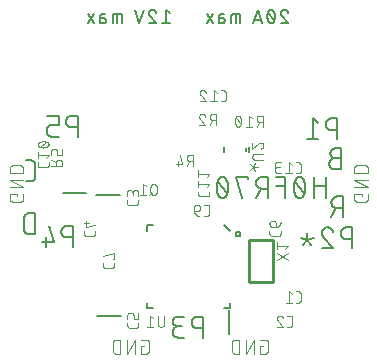
<source format=gbr>
G04 EAGLE Gerber RS-274X export*
G75*
%MOMM*%
%FSLAX34Y34*%
%LPD*%
%INSilkscreen Bottom*%
%IPPOS*%
%AMOC8*
5,1,8,0,0,1.08239X$1,22.5*%
G01*
%ADD10C,0.152400*%
%ADD11C,0.101600*%
%ADD12C,0.127000*%
%ADD13C,0.076200*%
%ADD14C,0.254000*%


D10*
X474350Y367878D02*
X469411Y367878D01*
X469271Y367876D01*
X469132Y367870D01*
X468992Y367860D01*
X468853Y367846D01*
X468714Y367829D01*
X468576Y367807D01*
X468439Y367781D01*
X468302Y367752D01*
X468166Y367719D01*
X468032Y367682D01*
X467898Y367641D01*
X467766Y367596D01*
X467634Y367547D01*
X467505Y367495D01*
X467377Y367440D01*
X467250Y367380D01*
X467125Y367317D01*
X467002Y367251D01*
X466881Y367181D01*
X466762Y367108D01*
X466645Y367031D01*
X466531Y366951D01*
X466418Y366868D01*
X466308Y366782D01*
X466201Y366692D01*
X466096Y366600D01*
X465994Y366505D01*
X465894Y366407D01*
X465797Y366306D01*
X465703Y366202D01*
X465613Y366096D01*
X465525Y365987D01*
X465440Y365876D01*
X465359Y365762D01*
X465280Y365647D01*
X465205Y365529D01*
X465134Y365409D01*
X465066Y365286D01*
X465001Y365163D01*
X464940Y365037D01*
X464882Y364909D01*
X464828Y364781D01*
X464778Y364650D01*
X464731Y364518D01*
X464688Y364385D01*
X464649Y364251D01*
X464614Y364116D01*
X464583Y363980D01*
X464555Y363842D01*
X464532Y363705D01*
X464512Y363566D01*
X464496Y363427D01*
X464484Y363288D01*
X464476Y363149D01*
X464472Y363009D01*
X464472Y362869D01*
X464476Y362729D01*
X464484Y362590D01*
X464496Y362451D01*
X464512Y362312D01*
X464532Y362173D01*
X464555Y362036D01*
X464583Y361898D01*
X464614Y361762D01*
X464649Y361627D01*
X464688Y361493D01*
X464731Y361360D01*
X464778Y361228D01*
X464828Y361097D01*
X464882Y360969D01*
X464940Y360841D01*
X465001Y360715D01*
X465066Y360592D01*
X465134Y360470D01*
X465205Y360349D01*
X465280Y360231D01*
X465359Y360116D01*
X465440Y360002D01*
X465525Y359891D01*
X465613Y359782D01*
X465703Y359676D01*
X465797Y359572D01*
X465894Y359471D01*
X465994Y359373D01*
X466096Y359278D01*
X466201Y359186D01*
X466308Y359096D01*
X466418Y359010D01*
X466531Y358927D01*
X466645Y358847D01*
X466762Y358770D01*
X466881Y358697D01*
X467002Y358627D01*
X467125Y358561D01*
X467250Y358498D01*
X467377Y358438D01*
X467505Y358383D01*
X467634Y358331D01*
X467766Y358282D01*
X467898Y358237D01*
X468032Y358196D01*
X468166Y358159D01*
X468302Y358126D01*
X468439Y358097D01*
X468576Y358071D01*
X468714Y358049D01*
X468853Y358032D01*
X468992Y358018D01*
X469132Y358008D01*
X469271Y358002D01*
X469411Y358000D01*
X474350Y358000D01*
X474350Y375780D01*
X469411Y375780D01*
X469287Y375778D01*
X469163Y375772D01*
X469039Y375762D01*
X468916Y375749D01*
X468793Y375731D01*
X468671Y375710D01*
X468549Y375685D01*
X468428Y375656D01*
X468309Y375623D01*
X468190Y375587D01*
X468073Y375546D01*
X467957Y375503D01*
X467842Y375455D01*
X467729Y375404D01*
X467617Y375349D01*
X467508Y375291D01*
X467400Y375230D01*
X467294Y375165D01*
X467190Y375097D01*
X467089Y375025D01*
X466989Y374951D01*
X466893Y374873D01*
X466798Y374793D01*
X466706Y374709D01*
X466617Y374623D01*
X466531Y374534D01*
X466447Y374442D01*
X466367Y374347D01*
X466289Y374251D01*
X466215Y374151D01*
X466143Y374050D01*
X466075Y373946D01*
X466010Y373840D01*
X465949Y373732D01*
X465891Y373623D01*
X465836Y373511D01*
X465785Y373398D01*
X465737Y373283D01*
X465694Y373167D01*
X465653Y373050D01*
X465617Y372931D01*
X465584Y372812D01*
X465555Y372691D01*
X465530Y372569D01*
X465509Y372447D01*
X465491Y372324D01*
X465478Y372201D01*
X465468Y372077D01*
X465462Y371953D01*
X465460Y371829D01*
X465462Y371705D01*
X465468Y371581D01*
X465478Y371457D01*
X465491Y371334D01*
X465509Y371211D01*
X465530Y371089D01*
X465555Y370967D01*
X465584Y370846D01*
X465617Y370727D01*
X465653Y370608D01*
X465694Y370491D01*
X465737Y370375D01*
X465785Y370260D01*
X465836Y370147D01*
X465891Y370035D01*
X465949Y369926D01*
X466010Y369818D01*
X466075Y369712D01*
X466143Y369608D01*
X466215Y369507D01*
X466289Y369407D01*
X466367Y369311D01*
X466447Y369216D01*
X466531Y369124D01*
X466617Y369035D01*
X466706Y368949D01*
X466798Y368865D01*
X466893Y368785D01*
X466989Y368707D01*
X467089Y368633D01*
X467190Y368561D01*
X467294Y368493D01*
X467400Y368428D01*
X467508Y368367D01*
X467617Y368309D01*
X467729Y368254D01*
X467842Y368203D01*
X467957Y368155D01*
X468073Y368112D01*
X468190Y368071D01*
X468309Y368035D01*
X468428Y368002D01*
X468549Y367973D01*
X468671Y367948D01*
X468793Y367927D01*
X468916Y367909D01*
X469039Y367896D01*
X469163Y367886D01*
X469287Y367880D01*
X469411Y367878D01*
X476182Y335191D02*
X476182Y317411D01*
X476182Y335191D02*
X471243Y335191D01*
X471103Y335189D01*
X470964Y335183D01*
X470824Y335173D01*
X470685Y335159D01*
X470546Y335142D01*
X470408Y335120D01*
X470271Y335094D01*
X470134Y335065D01*
X469998Y335032D01*
X469864Y334995D01*
X469730Y334954D01*
X469598Y334909D01*
X469466Y334860D01*
X469337Y334808D01*
X469209Y334753D01*
X469082Y334693D01*
X468957Y334630D01*
X468834Y334564D01*
X468713Y334494D01*
X468594Y334421D01*
X468477Y334344D01*
X468363Y334264D01*
X468250Y334181D01*
X468140Y334095D01*
X468033Y334005D01*
X467928Y333913D01*
X467826Y333818D01*
X467726Y333720D01*
X467629Y333619D01*
X467535Y333515D01*
X467445Y333409D01*
X467357Y333300D01*
X467272Y333189D01*
X467191Y333075D01*
X467112Y332960D01*
X467037Y332842D01*
X466966Y332722D01*
X466898Y332599D01*
X466833Y332476D01*
X466772Y332350D01*
X466714Y332222D01*
X466660Y332094D01*
X466610Y331963D01*
X466563Y331831D01*
X466520Y331698D01*
X466481Y331564D01*
X466446Y331429D01*
X466415Y331293D01*
X466387Y331155D01*
X466364Y331018D01*
X466344Y330879D01*
X466328Y330740D01*
X466316Y330601D01*
X466308Y330462D01*
X466304Y330322D01*
X466304Y330182D01*
X466308Y330042D01*
X466316Y329903D01*
X466328Y329764D01*
X466344Y329625D01*
X466364Y329486D01*
X466387Y329349D01*
X466415Y329211D01*
X466446Y329075D01*
X466481Y328940D01*
X466520Y328806D01*
X466563Y328673D01*
X466610Y328541D01*
X466660Y328410D01*
X466714Y328282D01*
X466772Y328154D01*
X466833Y328028D01*
X466898Y327905D01*
X466966Y327783D01*
X467037Y327662D01*
X467112Y327544D01*
X467191Y327429D01*
X467272Y327315D01*
X467357Y327204D01*
X467445Y327095D01*
X467535Y326989D01*
X467629Y326885D01*
X467726Y326784D01*
X467826Y326686D01*
X467928Y326591D01*
X468033Y326499D01*
X468140Y326409D01*
X468250Y326323D01*
X468363Y326240D01*
X468477Y326160D01*
X468594Y326083D01*
X468713Y326010D01*
X468834Y325940D01*
X468957Y325874D01*
X469082Y325811D01*
X469209Y325751D01*
X469337Y325696D01*
X469466Y325644D01*
X469598Y325595D01*
X469730Y325550D01*
X469864Y325509D01*
X469998Y325472D01*
X470134Y325439D01*
X470271Y325410D01*
X470408Y325384D01*
X470546Y325362D01*
X470685Y325345D01*
X470824Y325331D01*
X470964Y325321D01*
X471103Y325315D01*
X471243Y325313D01*
X476182Y325313D01*
X470255Y325313D02*
X466304Y317411D01*
X215565Y321099D02*
X215565Y303319D01*
X215565Y321099D02*
X210626Y321099D01*
X210487Y321097D01*
X210349Y321091D01*
X210211Y321082D01*
X210073Y321068D01*
X209936Y321051D01*
X209799Y321029D01*
X209662Y321004D01*
X209527Y320975D01*
X209392Y320942D01*
X209259Y320906D01*
X209126Y320866D01*
X208995Y320822D01*
X208865Y320774D01*
X208736Y320723D01*
X208609Y320668D01*
X208483Y320610D01*
X208359Y320548D01*
X208237Y320483D01*
X208117Y320414D01*
X207998Y320342D01*
X207882Y320267D01*
X207768Y320188D01*
X207656Y320106D01*
X207547Y320021D01*
X207439Y319934D01*
X207335Y319843D01*
X207233Y319749D01*
X207134Y319652D01*
X207037Y319553D01*
X206943Y319451D01*
X206852Y319347D01*
X206765Y319239D01*
X206680Y319130D01*
X206598Y319018D01*
X206519Y318904D01*
X206444Y318788D01*
X206372Y318669D01*
X206303Y318549D01*
X206238Y318427D01*
X206176Y318303D01*
X206118Y318177D01*
X206063Y318050D01*
X206012Y317921D01*
X205964Y317791D01*
X205920Y317660D01*
X205880Y317527D01*
X205844Y317394D01*
X205811Y317259D01*
X205782Y317124D01*
X205757Y316987D01*
X205735Y316850D01*
X205718Y316713D01*
X205704Y316575D01*
X205695Y316437D01*
X205689Y316299D01*
X205687Y316160D01*
X205687Y308258D01*
X205689Y308119D01*
X205695Y307981D01*
X205704Y307843D01*
X205718Y307705D01*
X205735Y307568D01*
X205757Y307431D01*
X205782Y307294D01*
X205811Y307159D01*
X205844Y307024D01*
X205880Y306891D01*
X205920Y306758D01*
X205964Y306627D01*
X206012Y306497D01*
X206063Y306368D01*
X206118Y306241D01*
X206176Y306115D01*
X206238Y305991D01*
X206303Y305869D01*
X206372Y305749D01*
X206444Y305630D01*
X206519Y305514D01*
X206598Y305400D01*
X206680Y305288D01*
X206765Y305179D01*
X206852Y305071D01*
X206943Y304967D01*
X207037Y304865D01*
X207134Y304766D01*
X207233Y304669D01*
X207335Y304575D01*
X207439Y304484D01*
X207547Y304397D01*
X207656Y304312D01*
X207768Y304230D01*
X207882Y304151D01*
X207998Y304076D01*
X208117Y304004D01*
X208237Y303935D01*
X208359Y303870D01*
X208483Y303808D01*
X208609Y303750D01*
X208736Y303695D01*
X208865Y303644D01*
X208995Y303596D01*
X209126Y303552D01*
X209259Y303512D01*
X209392Y303476D01*
X209527Y303443D01*
X209662Y303414D01*
X209799Y303389D01*
X209936Y303367D01*
X210073Y303350D01*
X210211Y303336D01*
X210349Y303327D01*
X210487Y303321D01*
X210626Y303319D01*
X215565Y303319D01*
X211767Y347927D02*
X207816Y347927D01*
X211767Y347927D02*
X211891Y347929D01*
X212015Y347935D01*
X212139Y347945D01*
X212262Y347958D01*
X212385Y347976D01*
X212507Y347997D01*
X212629Y348022D01*
X212750Y348051D01*
X212869Y348084D01*
X212988Y348120D01*
X213105Y348161D01*
X213221Y348204D01*
X213336Y348252D01*
X213449Y348303D01*
X213561Y348358D01*
X213670Y348416D01*
X213778Y348477D01*
X213884Y348542D01*
X213988Y348610D01*
X214089Y348682D01*
X214189Y348756D01*
X214285Y348834D01*
X214380Y348914D01*
X214472Y348998D01*
X214561Y349084D01*
X214647Y349173D01*
X214731Y349265D01*
X214811Y349360D01*
X214889Y349456D01*
X214963Y349556D01*
X215035Y349657D01*
X215103Y349761D01*
X215168Y349867D01*
X215229Y349975D01*
X215287Y350084D01*
X215342Y350196D01*
X215393Y350309D01*
X215441Y350424D01*
X215484Y350540D01*
X215525Y350657D01*
X215561Y350776D01*
X215594Y350895D01*
X215623Y351016D01*
X215648Y351138D01*
X215669Y351260D01*
X215687Y351383D01*
X215700Y351506D01*
X215710Y351630D01*
X215716Y351754D01*
X215718Y351878D01*
X215718Y361756D01*
X215716Y361880D01*
X215710Y362004D01*
X215700Y362128D01*
X215687Y362251D01*
X215669Y362374D01*
X215648Y362496D01*
X215623Y362618D01*
X215594Y362739D01*
X215561Y362858D01*
X215525Y362977D01*
X215484Y363094D01*
X215441Y363210D01*
X215393Y363325D01*
X215342Y363438D01*
X215287Y363550D01*
X215229Y363659D01*
X215168Y363767D01*
X215103Y363873D01*
X215035Y363977D01*
X214963Y364078D01*
X214889Y364178D01*
X214811Y364274D01*
X214731Y364369D01*
X214647Y364461D01*
X214561Y364550D01*
X214472Y364636D01*
X214380Y364720D01*
X214285Y364800D01*
X214189Y364878D01*
X214089Y364952D01*
X213988Y365024D01*
X213884Y365092D01*
X213778Y365157D01*
X213670Y365218D01*
X213561Y365276D01*
X213449Y365331D01*
X213336Y365382D01*
X213222Y365430D01*
X213105Y365473D01*
X212988Y365514D01*
X212869Y365550D01*
X212750Y365583D01*
X212629Y365612D01*
X212507Y365637D01*
X212385Y365658D01*
X212262Y365676D01*
X212139Y365689D01*
X212015Y365699D01*
X211891Y365705D01*
X211767Y365707D01*
X207816Y365707D01*
D11*
X492049Y337254D02*
X492049Y335306D01*
X492049Y337254D02*
X485558Y337254D01*
X485558Y333359D01*
X485560Y333260D01*
X485566Y333160D01*
X485575Y333061D01*
X485588Y332963D01*
X485605Y332865D01*
X485626Y332767D01*
X485651Y332671D01*
X485679Y332576D01*
X485711Y332482D01*
X485746Y332389D01*
X485785Y332297D01*
X485828Y332207D01*
X485873Y332119D01*
X485923Y332032D01*
X485975Y331948D01*
X486031Y331865D01*
X486089Y331785D01*
X486151Y331707D01*
X486216Y331632D01*
X486284Y331559D01*
X486354Y331489D01*
X486427Y331421D01*
X486502Y331356D01*
X486580Y331294D01*
X486660Y331236D01*
X486743Y331180D01*
X486827Y331128D01*
X486914Y331078D01*
X487002Y331033D01*
X487092Y330990D01*
X487184Y330951D01*
X487277Y330916D01*
X487371Y330884D01*
X487466Y330856D01*
X487562Y330831D01*
X487660Y330810D01*
X487758Y330793D01*
X487856Y330780D01*
X487955Y330771D01*
X488055Y330765D01*
X488154Y330763D01*
X494646Y330763D01*
X494745Y330765D01*
X494845Y330771D01*
X494944Y330780D01*
X495042Y330793D01*
X495140Y330810D01*
X495238Y330831D01*
X495334Y330856D01*
X495429Y330884D01*
X495523Y330916D01*
X495616Y330951D01*
X495708Y330990D01*
X495798Y331033D01*
X495886Y331078D01*
X495973Y331128D01*
X496057Y331180D01*
X496140Y331236D01*
X496220Y331294D01*
X496298Y331356D01*
X496373Y331421D01*
X496446Y331489D01*
X496516Y331559D01*
X496584Y331632D01*
X496649Y331707D01*
X496711Y331785D01*
X496769Y331865D01*
X496825Y331948D01*
X496877Y332032D01*
X496927Y332119D01*
X496972Y332207D01*
X497015Y332297D01*
X497054Y332389D01*
X497089Y332481D01*
X497121Y332576D01*
X497149Y332671D01*
X497174Y332767D01*
X497195Y332865D01*
X497212Y332963D01*
X497225Y333061D01*
X497234Y333160D01*
X497240Y333260D01*
X497242Y333359D01*
X497242Y337254D01*
X497242Y342954D02*
X485558Y342954D01*
X485558Y349446D02*
X497242Y342954D01*
X497242Y349446D02*
X485558Y349446D01*
X485558Y355146D02*
X497242Y355146D01*
X497242Y358392D01*
X497240Y358505D01*
X497234Y358618D01*
X497224Y358731D01*
X497210Y358844D01*
X497193Y358956D01*
X497171Y359067D01*
X497146Y359177D01*
X497116Y359287D01*
X497083Y359395D01*
X497046Y359502D01*
X497006Y359608D01*
X496961Y359712D01*
X496913Y359815D01*
X496862Y359916D01*
X496807Y360015D01*
X496749Y360112D01*
X496687Y360207D01*
X496622Y360300D01*
X496554Y360390D01*
X496483Y360478D01*
X496408Y360564D01*
X496331Y360647D01*
X496251Y360727D01*
X496168Y360804D01*
X496082Y360879D01*
X495994Y360950D01*
X495904Y361018D01*
X495811Y361083D01*
X495716Y361145D01*
X495619Y361203D01*
X495520Y361258D01*
X495419Y361309D01*
X495316Y361357D01*
X495212Y361402D01*
X495106Y361442D01*
X494999Y361479D01*
X494891Y361512D01*
X494781Y361542D01*
X494671Y361567D01*
X494560Y361589D01*
X494448Y361606D01*
X494335Y361620D01*
X494222Y361630D01*
X494109Y361636D01*
X493996Y361638D01*
X488804Y361638D01*
X488691Y361636D01*
X488578Y361630D01*
X488465Y361620D01*
X488352Y361606D01*
X488240Y361589D01*
X488129Y361567D01*
X488019Y361542D01*
X487909Y361512D01*
X487801Y361479D01*
X487694Y361442D01*
X487588Y361402D01*
X487484Y361357D01*
X487381Y361309D01*
X487280Y361258D01*
X487181Y361203D01*
X487084Y361145D01*
X486989Y361083D01*
X486896Y361018D01*
X486806Y360950D01*
X486718Y360879D01*
X486632Y360804D01*
X486549Y360727D01*
X486469Y360647D01*
X486392Y360564D01*
X486317Y360478D01*
X486246Y360390D01*
X486178Y360300D01*
X486113Y360207D01*
X486051Y360112D01*
X485993Y360015D01*
X485938Y359916D01*
X485887Y359815D01*
X485839Y359712D01*
X485794Y359608D01*
X485754Y359502D01*
X485717Y359395D01*
X485684Y359287D01*
X485654Y359177D01*
X485629Y359067D01*
X485607Y358956D01*
X485590Y358844D01*
X485576Y358731D01*
X485566Y358618D01*
X485560Y358505D01*
X485558Y358392D01*
X485558Y355146D01*
X408104Y208449D02*
X406156Y208449D01*
X406156Y201958D01*
X410051Y201958D01*
X410150Y201960D01*
X410250Y201966D01*
X410349Y201975D01*
X410447Y201988D01*
X410545Y202005D01*
X410643Y202026D01*
X410739Y202051D01*
X410834Y202079D01*
X410928Y202111D01*
X411021Y202146D01*
X411113Y202185D01*
X411203Y202228D01*
X411291Y202273D01*
X411378Y202323D01*
X411462Y202375D01*
X411545Y202431D01*
X411625Y202489D01*
X411703Y202551D01*
X411778Y202616D01*
X411851Y202684D01*
X411921Y202754D01*
X411989Y202827D01*
X412054Y202902D01*
X412116Y202980D01*
X412174Y203060D01*
X412230Y203143D01*
X412282Y203227D01*
X412332Y203314D01*
X412377Y203402D01*
X412420Y203492D01*
X412459Y203584D01*
X412494Y203677D01*
X412526Y203771D01*
X412554Y203866D01*
X412579Y203962D01*
X412600Y204060D01*
X412617Y204158D01*
X412630Y204256D01*
X412639Y204355D01*
X412645Y204455D01*
X412647Y204554D01*
X412648Y204554D02*
X412648Y211046D01*
X412647Y211046D02*
X412645Y211145D01*
X412639Y211245D01*
X412630Y211344D01*
X412617Y211442D01*
X412600Y211540D01*
X412579Y211638D01*
X412554Y211734D01*
X412526Y211829D01*
X412494Y211923D01*
X412459Y212016D01*
X412420Y212108D01*
X412377Y212198D01*
X412332Y212286D01*
X412282Y212373D01*
X412230Y212457D01*
X412174Y212540D01*
X412116Y212620D01*
X412054Y212698D01*
X411989Y212773D01*
X411921Y212846D01*
X411851Y212916D01*
X411778Y212984D01*
X411703Y213049D01*
X411625Y213111D01*
X411545Y213169D01*
X411462Y213225D01*
X411378Y213277D01*
X411291Y213327D01*
X411203Y213372D01*
X411113Y213415D01*
X411021Y213454D01*
X410928Y213489D01*
X410834Y213521D01*
X410739Y213549D01*
X410643Y213574D01*
X410545Y213595D01*
X410447Y213612D01*
X410349Y213625D01*
X410250Y213634D01*
X410150Y213640D01*
X410051Y213642D01*
X406156Y213642D01*
X400456Y213642D02*
X400456Y201958D01*
X393964Y201958D02*
X400456Y213642D01*
X393964Y213642D02*
X393964Y201958D01*
X388264Y201958D02*
X388264Y213642D01*
X385018Y213642D01*
X384905Y213640D01*
X384792Y213634D01*
X384679Y213624D01*
X384566Y213610D01*
X384454Y213593D01*
X384343Y213571D01*
X384233Y213546D01*
X384123Y213516D01*
X384015Y213483D01*
X383908Y213446D01*
X383802Y213406D01*
X383698Y213361D01*
X383595Y213313D01*
X383494Y213262D01*
X383395Y213207D01*
X383298Y213149D01*
X383203Y213087D01*
X383110Y213022D01*
X383020Y212954D01*
X382932Y212883D01*
X382846Y212808D01*
X382763Y212731D01*
X382683Y212651D01*
X382606Y212568D01*
X382531Y212482D01*
X382460Y212394D01*
X382392Y212304D01*
X382327Y212211D01*
X382265Y212116D01*
X382207Y212019D01*
X382152Y211920D01*
X382101Y211819D01*
X382053Y211716D01*
X382008Y211612D01*
X381968Y211506D01*
X381931Y211399D01*
X381898Y211291D01*
X381868Y211181D01*
X381843Y211071D01*
X381821Y210960D01*
X381804Y210848D01*
X381790Y210735D01*
X381780Y210622D01*
X381774Y210509D01*
X381772Y210396D01*
X381772Y205204D01*
X381774Y205091D01*
X381780Y204978D01*
X381790Y204865D01*
X381804Y204752D01*
X381821Y204640D01*
X381843Y204529D01*
X381868Y204419D01*
X381898Y204309D01*
X381931Y204201D01*
X381968Y204094D01*
X382008Y203988D01*
X382053Y203884D01*
X382101Y203781D01*
X382152Y203680D01*
X382207Y203581D01*
X382265Y203484D01*
X382327Y203389D01*
X382392Y203296D01*
X382460Y203206D01*
X382531Y203118D01*
X382606Y203032D01*
X382683Y202949D01*
X382763Y202869D01*
X382846Y202792D01*
X382932Y202717D01*
X383020Y202646D01*
X383110Y202578D01*
X383203Y202513D01*
X383298Y202451D01*
X383395Y202393D01*
X383494Y202338D01*
X383595Y202287D01*
X383698Y202239D01*
X383802Y202194D01*
X383908Y202154D01*
X384015Y202117D01*
X384123Y202084D01*
X384233Y202054D01*
X384343Y202029D01*
X384454Y202007D01*
X384566Y201990D01*
X384679Y201976D01*
X384792Y201966D01*
X384905Y201960D01*
X385018Y201958D01*
X388264Y201958D01*
X307354Y208449D02*
X305406Y208449D01*
X305406Y201958D01*
X309301Y201958D01*
X309400Y201960D01*
X309500Y201966D01*
X309599Y201975D01*
X309697Y201988D01*
X309795Y202005D01*
X309893Y202026D01*
X309989Y202051D01*
X310084Y202079D01*
X310178Y202111D01*
X310271Y202146D01*
X310363Y202185D01*
X310453Y202228D01*
X310541Y202273D01*
X310628Y202323D01*
X310712Y202375D01*
X310795Y202431D01*
X310875Y202489D01*
X310953Y202551D01*
X311028Y202616D01*
X311101Y202684D01*
X311171Y202754D01*
X311239Y202827D01*
X311304Y202902D01*
X311366Y202980D01*
X311424Y203060D01*
X311480Y203143D01*
X311532Y203227D01*
X311582Y203314D01*
X311627Y203402D01*
X311670Y203492D01*
X311709Y203584D01*
X311744Y203677D01*
X311776Y203771D01*
X311804Y203866D01*
X311829Y203962D01*
X311850Y204060D01*
X311867Y204158D01*
X311880Y204256D01*
X311889Y204355D01*
X311895Y204455D01*
X311897Y204554D01*
X311898Y204554D02*
X311898Y211046D01*
X311897Y211046D02*
X311895Y211145D01*
X311889Y211245D01*
X311880Y211344D01*
X311867Y211442D01*
X311850Y211540D01*
X311829Y211638D01*
X311804Y211734D01*
X311776Y211829D01*
X311744Y211923D01*
X311709Y212016D01*
X311670Y212108D01*
X311627Y212198D01*
X311582Y212286D01*
X311532Y212373D01*
X311480Y212457D01*
X311424Y212540D01*
X311366Y212620D01*
X311304Y212698D01*
X311239Y212773D01*
X311171Y212846D01*
X311101Y212916D01*
X311028Y212984D01*
X310953Y213049D01*
X310875Y213111D01*
X310795Y213169D01*
X310712Y213225D01*
X310628Y213277D01*
X310541Y213327D01*
X310453Y213372D01*
X310363Y213415D01*
X310271Y213454D01*
X310178Y213489D01*
X310084Y213521D01*
X309989Y213549D01*
X309893Y213574D01*
X309795Y213595D01*
X309697Y213612D01*
X309599Y213625D01*
X309500Y213634D01*
X309400Y213640D01*
X309301Y213642D01*
X305406Y213642D01*
X299706Y213642D02*
X299706Y201958D01*
X293214Y201958D02*
X299706Y213642D01*
X293214Y213642D02*
X293214Y201958D01*
X287514Y201958D02*
X287514Y213642D01*
X284268Y213642D01*
X284155Y213640D01*
X284042Y213634D01*
X283929Y213624D01*
X283816Y213610D01*
X283704Y213593D01*
X283593Y213571D01*
X283483Y213546D01*
X283373Y213516D01*
X283265Y213483D01*
X283158Y213446D01*
X283052Y213406D01*
X282948Y213361D01*
X282845Y213313D01*
X282744Y213262D01*
X282645Y213207D01*
X282548Y213149D01*
X282453Y213087D01*
X282360Y213022D01*
X282270Y212954D01*
X282182Y212883D01*
X282096Y212808D01*
X282013Y212731D01*
X281933Y212651D01*
X281856Y212568D01*
X281781Y212482D01*
X281710Y212394D01*
X281642Y212304D01*
X281577Y212211D01*
X281515Y212116D01*
X281457Y212019D01*
X281402Y211920D01*
X281351Y211819D01*
X281303Y211716D01*
X281258Y211612D01*
X281218Y211506D01*
X281181Y211399D01*
X281148Y211291D01*
X281118Y211181D01*
X281093Y211071D01*
X281071Y210960D01*
X281054Y210848D01*
X281040Y210735D01*
X281030Y210622D01*
X281024Y210509D01*
X281022Y210396D01*
X281022Y205204D01*
X281024Y205091D01*
X281030Y204978D01*
X281040Y204865D01*
X281054Y204752D01*
X281071Y204640D01*
X281093Y204529D01*
X281118Y204419D01*
X281148Y204309D01*
X281181Y204201D01*
X281218Y204094D01*
X281258Y203988D01*
X281303Y203884D01*
X281351Y203781D01*
X281402Y203680D01*
X281457Y203581D01*
X281515Y203484D01*
X281577Y203389D01*
X281642Y203296D01*
X281710Y203206D01*
X281781Y203118D01*
X281856Y203032D01*
X281933Y202949D01*
X282013Y202869D01*
X282096Y202792D01*
X282182Y202717D01*
X282270Y202646D01*
X282360Y202578D01*
X282453Y202513D01*
X282548Y202451D01*
X282645Y202393D01*
X282744Y202338D01*
X282845Y202287D01*
X282948Y202239D01*
X283052Y202194D01*
X283158Y202154D01*
X283265Y202117D01*
X283373Y202084D01*
X283483Y202054D01*
X283593Y202029D01*
X283704Y202007D01*
X283816Y201990D01*
X283929Y201976D01*
X284042Y201966D01*
X284155Y201960D01*
X284268Y201958D01*
X287514Y201958D01*
X200379Y335306D02*
X200379Y337254D01*
X193888Y337254D01*
X193888Y333359D01*
X193890Y333260D01*
X193896Y333160D01*
X193905Y333061D01*
X193918Y332963D01*
X193935Y332865D01*
X193956Y332767D01*
X193981Y332671D01*
X194009Y332576D01*
X194041Y332482D01*
X194076Y332389D01*
X194115Y332297D01*
X194158Y332207D01*
X194203Y332119D01*
X194253Y332032D01*
X194305Y331948D01*
X194361Y331865D01*
X194419Y331785D01*
X194481Y331707D01*
X194546Y331632D01*
X194614Y331559D01*
X194684Y331489D01*
X194757Y331421D01*
X194832Y331356D01*
X194910Y331294D01*
X194990Y331236D01*
X195073Y331180D01*
X195157Y331128D01*
X195244Y331078D01*
X195332Y331033D01*
X195422Y330990D01*
X195514Y330951D01*
X195607Y330916D01*
X195701Y330884D01*
X195796Y330856D01*
X195892Y330831D01*
X195990Y330810D01*
X196088Y330793D01*
X196186Y330780D01*
X196285Y330771D01*
X196385Y330765D01*
X196484Y330763D01*
X202976Y330763D01*
X203075Y330765D01*
X203175Y330771D01*
X203274Y330780D01*
X203372Y330793D01*
X203470Y330810D01*
X203568Y330831D01*
X203664Y330856D01*
X203759Y330884D01*
X203853Y330916D01*
X203946Y330951D01*
X204038Y330990D01*
X204128Y331033D01*
X204216Y331078D01*
X204303Y331128D01*
X204387Y331180D01*
X204470Y331236D01*
X204550Y331294D01*
X204628Y331356D01*
X204703Y331421D01*
X204776Y331489D01*
X204846Y331559D01*
X204914Y331632D01*
X204979Y331707D01*
X205041Y331785D01*
X205099Y331865D01*
X205155Y331948D01*
X205207Y332032D01*
X205257Y332119D01*
X205302Y332207D01*
X205345Y332297D01*
X205384Y332389D01*
X205419Y332481D01*
X205451Y332576D01*
X205479Y332671D01*
X205504Y332767D01*
X205525Y332865D01*
X205542Y332963D01*
X205555Y333061D01*
X205564Y333160D01*
X205570Y333260D01*
X205572Y333359D01*
X205572Y337254D01*
X205572Y342954D02*
X193888Y342954D01*
X193888Y349446D02*
X205572Y342954D01*
X205572Y349446D02*
X193888Y349446D01*
X193888Y355146D02*
X205572Y355146D01*
X205572Y358392D01*
X205570Y358505D01*
X205564Y358618D01*
X205554Y358731D01*
X205540Y358844D01*
X205523Y358956D01*
X205501Y359067D01*
X205476Y359177D01*
X205446Y359287D01*
X205413Y359395D01*
X205376Y359502D01*
X205336Y359608D01*
X205291Y359712D01*
X205243Y359815D01*
X205192Y359916D01*
X205137Y360015D01*
X205079Y360112D01*
X205017Y360207D01*
X204952Y360300D01*
X204884Y360390D01*
X204813Y360478D01*
X204738Y360564D01*
X204661Y360647D01*
X204581Y360727D01*
X204498Y360804D01*
X204412Y360879D01*
X204324Y360950D01*
X204234Y361018D01*
X204141Y361083D01*
X204046Y361145D01*
X203949Y361203D01*
X203850Y361258D01*
X203749Y361309D01*
X203646Y361357D01*
X203542Y361402D01*
X203436Y361442D01*
X203329Y361479D01*
X203221Y361512D01*
X203111Y361542D01*
X203001Y361567D01*
X202890Y361589D01*
X202778Y361606D01*
X202665Y361620D01*
X202552Y361630D01*
X202439Y361636D01*
X202326Y361638D01*
X197134Y361638D01*
X197021Y361636D01*
X196908Y361630D01*
X196795Y361620D01*
X196682Y361606D01*
X196570Y361589D01*
X196459Y361567D01*
X196349Y361542D01*
X196239Y361512D01*
X196131Y361479D01*
X196024Y361442D01*
X195918Y361402D01*
X195814Y361357D01*
X195711Y361309D01*
X195610Y361258D01*
X195511Y361203D01*
X195414Y361145D01*
X195319Y361083D01*
X195226Y361018D01*
X195136Y360950D01*
X195048Y360879D01*
X194962Y360804D01*
X194879Y360727D01*
X194799Y360647D01*
X194722Y360564D01*
X194647Y360478D01*
X194576Y360390D01*
X194508Y360300D01*
X194443Y360207D01*
X194381Y360112D01*
X194323Y360015D01*
X194268Y359916D01*
X194217Y359815D01*
X194169Y359712D01*
X194124Y359608D01*
X194084Y359502D01*
X194047Y359395D01*
X194014Y359287D01*
X193984Y359177D01*
X193959Y359067D01*
X193937Y358956D01*
X193920Y358844D01*
X193906Y358731D01*
X193896Y358618D01*
X193890Y358505D01*
X193888Y358392D01*
X193888Y355146D01*
D10*
X471384Y383525D02*
X471384Y401305D01*
X466445Y401305D01*
X466305Y401303D01*
X466166Y401297D01*
X466026Y401287D01*
X465887Y401273D01*
X465748Y401256D01*
X465610Y401234D01*
X465473Y401208D01*
X465336Y401179D01*
X465200Y401146D01*
X465066Y401109D01*
X464932Y401068D01*
X464800Y401023D01*
X464668Y400974D01*
X464539Y400922D01*
X464411Y400867D01*
X464284Y400807D01*
X464159Y400744D01*
X464036Y400678D01*
X463915Y400608D01*
X463796Y400535D01*
X463679Y400458D01*
X463565Y400378D01*
X463452Y400295D01*
X463342Y400209D01*
X463235Y400119D01*
X463130Y400027D01*
X463028Y399932D01*
X462928Y399834D01*
X462831Y399733D01*
X462737Y399629D01*
X462647Y399523D01*
X462559Y399414D01*
X462474Y399303D01*
X462393Y399189D01*
X462314Y399074D01*
X462239Y398956D01*
X462168Y398836D01*
X462100Y398713D01*
X462035Y398590D01*
X461974Y398464D01*
X461916Y398336D01*
X461862Y398208D01*
X461812Y398077D01*
X461765Y397945D01*
X461722Y397812D01*
X461683Y397678D01*
X461648Y397543D01*
X461617Y397407D01*
X461589Y397269D01*
X461566Y397132D01*
X461546Y396993D01*
X461530Y396854D01*
X461518Y396715D01*
X461510Y396576D01*
X461506Y396436D01*
X461506Y396296D01*
X461510Y396156D01*
X461518Y396017D01*
X461530Y395878D01*
X461546Y395739D01*
X461566Y395600D01*
X461589Y395463D01*
X461617Y395325D01*
X461648Y395189D01*
X461683Y395054D01*
X461722Y394920D01*
X461765Y394787D01*
X461812Y394655D01*
X461862Y394524D01*
X461916Y394396D01*
X461974Y394268D01*
X462035Y394142D01*
X462100Y394019D01*
X462168Y393897D01*
X462239Y393776D01*
X462314Y393658D01*
X462393Y393543D01*
X462474Y393429D01*
X462559Y393318D01*
X462647Y393209D01*
X462737Y393103D01*
X462831Y392999D01*
X462928Y392898D01*
X463028Y392800D01*
X463130Y392705D01*
X463235Y392613D01*
X463342Y392523D01*
X463452Y392437D01*
X463565Y392354D01*
X463679Y392274D01*
X463796Y392197D01*
X463915Y392124D01*
X464036Y392054D01*
X464159Y391988D01*
X464284Y391925D01*
X464411Y391865D01*
X464539Y391810D01*
X464668Y391758D01*
X464800Y391709D01*
X464932Y391664D01*
X465066Y391623D01*
X465200Y391586D01*
X465336Y391553D01*
X465473Y391524D01*
X465610Y391498D01*
X465748Y391476D01*
X465887Y391459D01*
X466026Y391445D01*
X466166Y391435D01*
X466305Y391429D01*
X466445Y391427D01*
X471384Y391427D01*
X455389Y397354D02*
X450450Y401305D01*
X450450Y383525D01*
X455389Y383525D02*
X445511Y383525D01*
X484050Y309011D02*
X484050Y291231D01*
X484050Y309011D02*
X479111Y309011D01*
X478971Y309009D01*
X478832Y309003D01*
X478692Y308993D01*
X478553Y308979D01*
X478414Y308962D01*
X478276Y308940D01*
X478139Y308914D01*
X478002Y308885D01*
X477866Y308852D01*
X477732Y308815D01*
X477598Y308774D01*
X477466Y308729D01*
X477334Y308680D01*
X477205Y308628D01*
X477077Y308573D01*
X476950Y308513D01*
X476825Y308450D01*
X476702Y308384D01*
X476581Y308314D01*
X476462Y308241D01*
X476345Y308164D01*
X476231Y308084D01*
X476118Y308001D01*
X476008Y307915D01*
X475901Y307825D01*
X475796Y307733D01*
X475694Y307638D01*
X475594Y307540D01*
X475497Y307439D01*
X475403Y307335D01*
X475313Y307229D01*
X475225Y307120D01*
X475140Y307009D01*
X475059Y306895D01*
X474980Y306780D01*
X474905Y306662D01*
X474834Y306542D01*
X474766Y306419D01*
X474701Y306296D01*
X474640Y306170D01*
X474582Y306042D01*
X474528Y305914D01*
X474478Y305783D01*
X474431Y305651D01*
X474388Y305518D01*
X474349Y305384D01*
X474314Y305249D01*
X474283Y305113D01*
X474255Y304975D01*
X474232Y304838D01*
X474212Y304699D01*
X474196Y304560D01*
X474184Y304421D01*
X474176Y304282D01*
X474172Y304142D01*
X474172Y304002D01*
X474176Y303862D01*
X474184Y303723D01*
X474196Y303584D01*
X474212Y303445D01*
X474232Y303306D01*
X474255Y303169D01*
X474283Y303031D01*
X474314Y302895D01*
X474349Y302760D01*
X474388Y302626D01*
X474431Y302493D01*
X474478Y302361D01*
X474528Y302230D01*
X474582Y302102D01*
X474640Y301974D01*
X474701Y301848D01*
X474766Y301725D01*
X474834Y301603D01*
X474905Y301482D01*
X474980Y301364D01*
X475059Y301249D01*
X475140Y301135D01*
X475225Y301024D01*
X475313Y300915D01*
X475403Y300809D01*
X475497Y300705D01*
X475594Y300604D01*
X475694Y300506D01*
X475796Y300411D01*
X475901Y300319D01*
X476008Y300229D01*
X476118Y300143D01*
X476231Y300060D01*
X476345Y299980D01*
X476462Y299903D01*
X476581Y299830D01*
X476702Y299760D01*
X476825Y299694D01*
X476950Y299631D01*
X477077Y299571D01*
X477205Y299516D01*
X477334Y299464D01*
X477466Y299415D01*
X477598Y299370D01*
X477732Y299329D01*
X477866Y299292D01*
X478002Y299259D01*
X478139Y299230D01*
X478276Y299204D01*
X478414Y299182D01*
X478553Y299165D01*
X478692Y299151D01*
X478832Y299141D01*
X478971Y299135D01*
X479111Y299133D01*
X479111Y299134D02*
X484050Y299134D01*
X462622Y309011D02*
X462490Y309009D01*
X462359Y309003D01*
X462227Y308993D01*
X462096Y308980D01*
X461966Y308962D01*
X461836Y308941D01*
X461706Y308916D01*
X461578Y308887D01*
X461450Y308854D01*
X461324Y308817D01*
X461198Y308777D01*
X461074Y308733D01*
X460951Y308685D01*
X460830Y308634D01*
X460710Y308579D01*
X460592Y308521D01*
X460476Y308459D01*
X460362Y308393D01*
X460249Y308325D01*
X460139Y308253D01*
X460031Y308178D01*
X459925Y308099D01*
X459821Y308018D01*
X459720Y307933D01*
X459622Y307846D01*
X459526Y307755D01*
X459433Y307662D01*
X459342Y307566D01*
X459255Y307468D01*
X459170Y307367D01*
X459089Y307263D01*
X459010Y307157D01*
X458935Y307049D01*
X458863Y306939D01*
X458795Y306826D01*
X458729Y306712D01*
X458667Y306596D01*
X458609Y306478D01*
X458554Y306358D01*
X458503Y306237D01*
X458455Y306114D01*
X458411Y305990D01*
X458371Y305864D01*
X458334Y305738D01*
X458301Y305610D01*
X458272Y305482D01*
X458247Y305352D01*
X458226Y305222D01*
X458208Y305092D01*
X458195Y304961D01*
X458185Y304829D01*
X458179Y304698D01*
X458177Y304566D01*
X462622Y309012D02*
X462772Y309010D01*
X462921Y309004D01*
X463070Y308994D01*
X463219Y308981D01*
X463368Y308963D01*
X463516Y308942D01*
X463664Y308916D01*
X463810Y308887D01*
X463956Y308854D01*
X464101Y308817D01*
X464245Y308776D01*
X464388Y308732D01*
X464530Y308684D01*
X464670Y308632D01*
X464809Y308577D01*
X464947Y308518D01*
X465082Y308455D01*
X465217Y308389D01*
X465349Y308319D01*
X465479Y308246D01*
X465608Y308169D01*
X465735Y308089D01*
X465859Y308006D01*
X465981Y307920D01*
X466101Y307830D01*
X466218Y307737D01*
X466333Y307642D01*
X466446Y307543D01*
X466556Y307441D01*
X466663Y307337D01*
X466767Y307230D01*
X466869Y307120D01*
X466967Y307007D01*
X467063Y306892D01*
X467155Y306774D01*
X467245Y306654D01*
X467331Y306532D01*
X467414Y306408D01*
X467494Y306281D01*
X467570Y306153D01*
X467643Y306022D01*
X467713Y305889D01*
X467779Y305755D01*
X467841Y305619D01*
X467900Y305482D01*
X467956Y305343D01*
X468007Y305202D01*
X468055Y305061D01*
X459659Y301109D02*
X459563Y301202D01*
X459471Y301298D01*
X459381Y301397D01*
X459294Y301498D01*
X459210Y301601D01*
X459128Y301706D01*
X459050Y301814D01*
X458975Y301924D01*
X458902Y302036D01*
X458833Y302150D01*
X458767Y302266D01*
X458705Y302384D01*
X458646Y302503D01*
X458590Y302624D01*
X458537Y302747D01*
X458488Y302871D01*
X458443Y302996D01*
X458400Y303123D01*
X458362Y303250D01*
X458327Y303379D01*
X458296Y303508D01*
X458268Y303639D01*
X458244Y303770D01*
X458223Y303902D01*
X458207Y304034D01*
X458194Y304167D01*
X458184Y304300D01*
X458179Y304433D01*
X458177Y304566D01*
X459659Y301109D02*
X468055Y291231D01*
X458177Y291231D01*
X445807Y298146D02*
X445807Y304072D01*
X445807Y298146D02*
X442350Y293701D01*
X445807Y298146D02*
X449264Y293701D01*
X445807Y298146D02*
X440374Y300121D01*
X445807Y298146D02*
X451240Y300121D01*
X357866Y233490D02*
X357866Y215710D01*
X357866Y233490D02*
X352928Y233490D01*
X352788Y233488D01*
X352649Y233482D01*
X352509Y233472D01*
X352370Y233458D01*
X352231Y233441D01*
X352093Y233419D01*
X351956Y233393D01*
X351819Y233364D01*
X351683Y233331D01*
X351549Y233294D01*
X351415Y233253D01*
X351283Y233208D01*
X351151Y233159D01*
X351022Y233107D01*
X350894Y233052D01*
X350767Y232992D01*
X350642Y232929D01*
X350519Y232863D01*
X350398Y232793D01*
X350279Y232720D01*
X350162Y232643D01*
X350048Y232563D01*
X349935Y232480D01*
X349825Y232394D01*
X349718Y232304D01*
X349613Y232212D01*
X349511Y232117D01*
X349411Y232019D01*
X349314Y231918D01*
X349220Y231814D01*
X349130Y231708D01*
X349042Y231599D01*
X348957Y231488D01*
X348876Y231374D01*
X348797Y231259D01*
X348722Y231141D01*
X348651Y231021D01*
X348583Y230898D01*
X348518Y230775D01*
X348457Y230649D01*
X348399Y230521D01*
X348345Y230393D01*
X348295Y230262D01*
X348248Y230130D01*
X348205Y229997D01*
X348166Y229863D01*
X348131Y229728D01*
X348100Y229592D01*
X348072Y229454D01*
X348049Y229317D01*
X348029Y229178D01*
X348013Y229039D01*
X348001Y228900D01*
X347993Y228761D01*
X347989Y228621D01*
X347989Y228481D01*
X347993Y228341D01*
X348001Y228202D01*
X348013Y228063D01*
X348029Y227924D01*
X348049Y227785D01*
X348072Y227648D01*
X348100Y227510D01*
X348131Y227374D01*
X348166Y227239D01*
X348205Y227105D01*
X348248Y226972D01*
X348295Y226840D01*
X348345Y226709D01*
X348399Y226581D01*
X348457Y226453D01*
X348518Y226327D01*
X348583Y226204D01*
X348651Y226081D01*
X348722Y225961D01*
X348797Y225843D01*
X348876Y225728D01*
X348957Y225614D01*
X349042Y225503D01*
X349130Y225394D01*
X349220Y225288D01*
X349314Y225184D01*
X349411Y225083D01*
X349511Y224985D01*
X349613Y224890D01*
X349718Y224798D01*
X349825Y224708D01*
X349935Y224622D01*
X350048Y224539D01*
X350162Y224459D01*
X350279Y224382D01*
X350398Y224309D01*
X350519Y224239D01*
X350642Y224173D01*
X350767Y224110D01*
X350894Y224050D01*
X351022Y223995D01*
X351151Y223943D01*
X351283Y223894D01*
X351415Y223849D01*
X351549Y223808D01*
X351683Y223771D01*
X351819Y223738D01*
X351956Y223709D01*
X352093Y223683D01*
X352231Y223661D01*
X352370Y223644D01*
X352509Y223630D01*
X352649Y223620D01*
X352788Y223614D01*
X352928Y223612D01*
X357866Y223612D01*
X341871Y215710D02*
X336932Y215710D01*
X336792Y215712D01*
X336653Y215718D01*
X336513Y215728D01*
X336374Y215742D01*
X336235Y215759D01*
X336097Y215781D01*
X335960Y215807D01*
X335823Y215836D01*
X335687Y215869D01*
X335553Y215906D01*
X335419Y215947D01*
X335287Y215992D01*
X335155Y216041D01*
X335026Y216093D01*
X334898Y216148D01*
X334771Y216208D01*
X334646Y216271D01*
X334523Y216337D01*
X334402Y216407D01*
X334283Y216480D01*
X334166Y216557D01*
X334052Y216637D01*
X333939Y216720D01*
X333829Y216806D01*
X333722Y216896D01*
X333617Y216988D01*
X333515Y217083D01*
X333415Y217181D01*
X333318Y217282D01*
X333224Y217386D01*
X333134Y217492D01*
X333046Y217601D01*
X332961Y217712D01*
X332880Y217826D01*
X332801Y217941D01*
X332726Y218059D01*
X332655Y218179D01*
X332587Y218302D01*
X332522Y218425D01*
X332461Y218551D01*
X332403Y218679D01*
X332349Y218807D01*
X332299Y218938D01*
X332252Y219070D01*
X332209Y219203D01*
X332170Y219337D01*
X332135Y219472D01*
X332104Y219608D01*
X332076Y219746D01*
X332053Y219883D01*
X332033Y220022D01*
X332017Y220161D01*
X332005Y220300D01*
X331997Y220439D01*
X331993Y220579D01*
X331993Y220719D01*
X331997Y220859D01*
X332005Y220998D01*
X332017Y221137D01*
X332033Y221276D01*
X332053Y221415D01*
X332076Y221552D01*
X332104Y221690D01*
X332135Y221826D01*
X332170Y221961D01*
X332209Y222095D01*
X332252Y222228D01*
X332299Y222360D01*
X332349Y222491D01*
X332403Y222619D01*
X332461Y222747D01*
X332522Y222873D01*
X332587Y222996D01*
X332655Y223119D01*
X332726Y223239D01*
X332801Y223357D01*
X332880Y223472D01*
X332961Y223586D01*
X333046Y223697D01*
X333134Y223806D01*
X333224Y223912D01*
X333318Y224016D01*
X333415Y224117D01*
X333515Y224215D01*
X333617Y224310D01*
X333722Y224402D01*
X333829Y224492D01*
X333939Y224578D01*
X334052Y224661D01*
X334166Y224741D01*
X334283Y224818D01*
X334402Y224891D01*
X334523Y224961D01*
X334646Y225027D01*
X334771Y225090D01*
X334898Y225150D01*
X335026Y225205D01*
X335155Y225257D01*
X335287Y225306D01*
X335419Y225351D01*
X335553Y225392D01*
X335687Y225429D01*
X335823Y225462D01*
X335960Y225491D01*
X336097Y225517D01*
X336235Y225539D01*
X336374Y225556D01*
X336513Y225570D01*
X336653Y225580D01*
X336792Y225586D01*
X336932Y225588D01*
X335945Y233490D02*
X341871Y233490D01*
X335945Y233490D02*
X335821Y233488D01*
X335697Y233482D01*
X335573Y233472D01*
X335450Y233459D01*
X335327Y233441D01*
X335205Y233420D01*
X335083Y233395D01*
X334962Y233366D01*
X334843Y233333D01*
X334724Y233297D01*
X334607Y233256D01*
X334491Y233213D01*
X334376Y233165D01*
X334263Y233114D01*
X334151Y233059D01*
X334042Y233001D01*
X333934Y232940D01*
X333828Y232875D01*
X333724Y232807D01*
X333623Y232735D01*
X333523Y232661D01*
X333427Y232583D01*
X333332Y232503D01*
X333240Y232419D01*
X333151Y232333D01*
X333065Y232244D01*
X332981Y232152D01*
X332901Y232057D01*
X332823Y231961D01*
X332749Y231861D01*
X332677Y231760D01*
X332609Y231656D01*
X332544Y231550D01*
X332483Y231442D01*
X332425Y231333D01*
X332370Y231221D01*
X332319Y231108D01*
X332271Y230993D01*
X332228Y230877D01*
X332187Y230760D01*
X332151Y230641D01*
X332118Y230522D01*
X332089Y230401D01*
X332064Y230279D01*
X332043Y230157D01*
X332025Y230034D01*
X332012Y229911D01*
X332002Y229787D01*
X331996Y229663D01*
X331994Y229539D01*
X331996Y229415D01*
X332002Y229291D01*
X332012Y229167D01*
X332025Y229044D01*
X332043Y228921D01*
X332064Y228799D01*
X332089Y228677D01*
X332118Y228556D01*
X332151Y228437D01*
X332187Y228318D01*
X332228Y228201D01*
X332271Y228085D01*
X332319Y227970D01*
X332370Y227857D01*
X332425Y227745D01*
X332483Y227636D01*
X332544Y227528D01*
X332609Y227422D01*
X332677Y227318D01*
X332749Y227217D01*
X332823Y227117D01*
X332901Y227021D01*
X332981Y226926D01*
X333065Y226834D01*
X333151Y226745D01*
X333240Y226659D01*
X333332Y226575D01*
X333427Y226495D01*
X333523Y226417D01*
X333623Y226343D01*
X333724Y226271D01*
X333828Y226203D01*
X333934Y226138D01*
X334042Y226077D01*
X334151Y226019D01*
X334263Y225964D01*
X334376Y225913D01*
X334491Y225865D01*
X334607Y225822D01*
X334724Y225781D01*
X334843Y225745D01*
X334962Y225712D01*
X335083Y225683D01*
X335205Y225658D01*
X335327Y225637D01*
X335450Y225619D01*
X335573Y225606D01*
X335697Y225596D01*
X335821Y225590D01*
X335945Y225588D01*
X339896Y225588D01*
X247546Y292687D02*
X247546Y310467D01*
X242607Y310467D01*
X242467Y310465D01*
X242328Y310459D01*
X242188Y310449D01*
X242049Y310435D01*
X241910Y310418D01*
X241772Y310396D01*
X241635Y310370D01*
X241498Y310341D01*
X241362Y310308D01*
X241228Y310271D01*
X241094Y310230D01*
X240962Y310185D01*
X240830Y310136D01*
X240701Y310084D01*
X240573Y310029D01*
X240446Y309969D01*
X240321Y309906D01*
X240198Y309840D01*
X240077Y309770D01*
X239958Y309697D01*
X239841Y309620D01*
X239727Y309540D01*
X239614Y309457D01*
X239504Y309371D01*
X239397Y309281D01*
X239292Y309189D01*
X239190Y309094D01*
X239090Y308996D01*
X238993Y308895D01*
X238899Y308791D01*
X238809Y308685D01*
X238721Y308576D01*
X238636Y308465D01*
X238555Y308351D01*
X238476Y308236D01*
X238401Y308118D01*
X238330Y307998D01*
X238262Y307875D01*
X238197Y307752D01*
X238136Y307626D01*
X238078Y307498D01*
X238024Y307370D01*
X237974Y307239D01*
X237927Y307107D01*
X237884Y306974D01*
X237845Y306840D01*
X237810Y306705D01*
X237779Y306569D01*
X237751Y306431D01*
X237728Y306294D01*
X237708Y306155D01*
X237692Y306016D01*
X237680Y305877D01*
X237672Y305738D01*
X237668Y305598D01*
X237668Y305458D01*
X237672Y305318D01*
X237680Y305179D01*
X237692Y305040D01*
X237708Y304901D01*
X237728Y304762D01*
X237751Y304625D01*
X237779Y304487D01*
X237810Y304351D01*
X237845Y304216D01*
X237884Y304082D01*
X237927Y303949D01*
X237974Y303817D01*
X238024Y303686D01*
X238078Y303558D01*
X238136Y303430D01*
X238197Y303304D01*
X238262Y303181D01*
X238330Y303059D01*
X238401Y302938D01*
X238476Y302820D01*
X238555Y302705D01*
X238636Y302591D01*
X238721Y302480D01*
X238809Y302371D01*
X238899Y302265D01*
X238993Y302161D01*
X239090Y302060D01*
X239190Y301962D01*
X239292Y301867D01*
X239397Y301775D01*
X239504Y301685D01*
X239614Y301599D01*
X239727Y301516D01*
X239841Y301436D01*
X239958Y301359D01*
X240077Y301286D01*
X240198Y301216D01*
X240321Y301150D01*
X240446Y301087D01*
X240573Y301027D01*
X240701Y300972D01*
X240830Y300920D01*
X240962Y300871D01*
X241094Y300826D01*
X241228Y300785D01*
X241362Y300748D01*
X241498Y300715D01*
X241635Y300686D01*
X241772Y300660D01*
X241910Y300638D01*
X242049Y300621D01*
X242188Y300607D01*
X242328Y300597D01*
X242467Y300591D01*
X242607Y300589D01*
X247546Y300589D01*
X231551Y296638D02*
X227600Y310467D01*
X231551Y296638D02*
X221673Y296638D01*
X224637Y300589D02*
X224637Y292687D01*
X251464Y385837D02*
X251464Y403617D01*
X246525Y403617D01*
X246385Y403615D01*
X246246Y403609D01*
X246106Y403599D01*
X245967Y403585D01*
X245828Y403568D01*
X245690Y403546D01*
X245553Y403520D01*
X245416Y403491D01*
X245280Y403458D01*
X245146Y403421D01*
X245012Y403380D01*
X244880Y403335D01*
X244748Y403286D01*
X244619Y403234D01*
X244491Y403179D01*
X244364Y403119D01*
X244239Y403056D01*
X244116Y402990D01*
X243995Y402920D01*
X243876Y402847D01*
X243759Y402770D01*
X243645Y402690D01*
X243532Y402607D01*
X243422Y402521D01*
X243315Y402431D01*
X243210Y402339D01*
X243108Y402244D01*
X243008Y402146D01*
X242911Y402045D01*
X242817Y401941D01*
X242727Y401835D01*
X242639Y401726D01*
X242554Y401615D01*
X242473Y401501D01*
X242394Y401386D01*
X242319Y401268D01*
X242248Y401148D01*
X242180Y401025D01*
X242115Y400902D01*
X242054Y400776D01*
X241996Y400648D01*
X241942Y400520D01*
X241892Y400389D01*
X241845Y400257D01*
X241802Y400124D01*
X241763Y399990D01*
X241728Y399855D01*
X241697Y399719D01*
X241669Y399581D01*
X241646Y399444D01*
X241626Y399305D01*
X241610Y399166D01*
X241598Y399027D01*
X241590Y398888D01*
X241586Y398748D01*
X241586Y398608D01*
X241590Y398468D01*
X241598Y398329D01*
X241610Y398190D01*
X241626Y398051D01*
X241646Y397912D01*
X241669Y397775D01*
X241697Y397637D01*
X241728Y397501D01*
X241763Y397366D01*
X241802Y397232D01*
X241845Y397099D01*
X241892Y396967D01*
X241942Y396836D01*
X241996Y396708D01*
X242054Y396580D01*
X242115Y396454D01*
X242180Y396331D01*
X242248Y396209D01*
X242319Y396088D01*
X242394Y395970D01*
X242473Y395855D01*
X242554Y395741D01*
X242639Y395630D01*
X242727Y395521D01*
X242817Y395415D01*
X242911Y395311D01*
X243008Y395210D01*
X243108Y395112D01*
X243210Y395017D01*
X243315Y394925D01*
X243422Y394835D01*
X243532Y394749D01*
X243645Y394666D01*
X243759Y394586D01*
X243876Y394509D01*
X243995Y394436D01*
X244116Y394366D01*
X244239Y394300D01*
X244364Y394237D01*
X244491Y394177D01*
X244619Y394122D01*
X244748Y394070D01*
X244880Y394021D01*
X245012Y393976D01*
X245146Y393935D01*
X245280Y393898D01*
X245416Y393865D01*
X245553Y393836D01*
X245690Y393810D01*
X245828Y393788D01*
X245967Y393771D01*
X246106Y393757D01*
X246246Y393747D01*
X246385Y393741D01*
X246525Y393739D01*
X251464Y393739D01*
X235469Y385837D02*
X229543Y385837D01*
X229419Y385839D01*
X229295Y385845D01*
X229171Y385855D01*
X229048Y385868D01*
X228925Y385886D01*
X228803Y385907D01*
X228681Y385932D01*
X228560Y385961D01*
X228441Y385994D01*
X228322Y386030D01*
X228205Y386071D01*
X228089Y386114D01*
X227974Y386162D01*
X227861Y386213D01*
X227749Y386268D01*
X227640Y386326D01*
X227532Y386387D01*
X227426Y386452D01*
X227322Y386520D01*
X227221Y386592D01*
X227121Y386666D01*
X227025Y386744D01*
X226930Y386824D01*
X226838Y386908D01*
X226749Y386994D01*
X226663Y387083D01*
X226579Y387175D01*
X226499Y387270D01*
X226421Y387366D01*
X226347Y387466D01*
X226275Y387567D01*
X226207Y387671D01*
X226142Y387777D01*
X226081Y387885D01*
X226023Y387994D01*
X225968Y388106D01*
X225917Y388219D01*
X225869Y388334D01*
X225826Y388450D01*
X225785Y388567D01*
X225749Y388686D01*
X225716Y388805D01*
X225687Y388926D01*
X225662Y389048D01*
X225641Y389170D01*
X225623Y389293D01*
X225610Y389416D01*
X225600Y389540D01*
X225594Y389664D01*
X225592Y389788D01*
X225591Y389788D02*
X225591Y391763D01*
X225592Y391763D02*
X225594Y391887D01*
X225600Y392011D01*
X225610Y392135D01*
X225623Y392258D01*
X225641Y392381D01*
X225662Y392503D01*
X225687Y392625D01*
X225716Y392746D01*
X225749Y392865D01*
X225785Y392984D01*
X225826Y393101D01*
X225869Y393217D01*
X225917Y393332D01*
X225968Y393445D01*
X226023Y393557D01*
X226081Y393666D01*
X226142Y393774D01*
X226207Y393880D01*
X226275Y393984D01*
X226347Y394085D01*
X226421Y394185D01*
X226499Y394281D01*
X226579Y394376D01*
X226663Y394468D01*
X226749Y394557D01*
X226838Y394643D01*
X226930Y394727D01*
X227025Y394807D01*
X227121Y394885D01*
X227221Y394959D01*
X227322Y395031D01*
X227426Y395099D01*
X227532Y395164D01*
X227640Y395225D01*
X227749Y395283D01*
X227861Y395338D01*
X227974Y395389D01*
X228089Y395437D01*
X228205Y395480D01*
X228322Y395521D01*
X228441Y395557D01*
X228560Y395590D01*
X228681Y395619D01*
X228803Y395644D01*
X228925Y395665D01*
X229048Y395683D01*
X229171Y395696D01*
X229295Y395706D01*
X229419Y395712D01*
X229543Y395714D01*
X235469Y395714D01*
X235469Y403617D01*
X225591Y403617D01*
X461674Y351678D02*
X461674Y333898D01*
X461674Y343776D02*
X451796Y343776D01*
X451796Y351678D02*
X451796Y333898D01*
X444365Y342788D02*
X444361Y343138D01*
X444348Y343487D01*
X444327Y343836D01*
X444298Y344185D01*
X444261Y344533D01*
X444215Y344880D01*
X444161Y345225D01*
X444099Y345569D01*
X444028Y345912D01*
X443949Y346253D01*
X443863Y346592D01*
X443768Y346928D01*
X443665Y347263D01*
X443554Y347594D01*
X443436Y347924D01*
X443309Y348250D01*
X443175Y348573D01*
X443033Y348892D01*
X442883Y349209D01*
X442843Y349322D01*
X442799Y349432D01*
X442751Y349542D01*
X442700Y349649D01*
X442645Y349755D01*
X442587Y349860D01*
X442525Y349962D01*
X442460Y350062D01*
X442392Y350160D01*
X442321Y350256D01*
X442246Y350349D01*
X442169Y350440D01*
X442089Y350528D01*
X442006Y350613D01*
X441920Y350696D01*
X441831Y350776D01*
X441740Y350853D01*
X441646Y350927D01*
X441550Y350998D01*
X441452Y351066D01*
X441352Y351130D01*
X441249Y351192D01*
X441145Y351249D01*
X441039Y351304D01*
X440931Y351355D01*
X440821Y351402D01*
X440710Y351446D01*
X440598Y351486D01*
X440484Y351522D01*
X440370Y351555D01*
X440254Y351584D01*
X440137Y351609D01*
X440020Y351630D01*
X439902Y351648D01*
X439783Y351661D01*
X439664Y351671D01*
X439545Y351677D01*
X439426Y351679D01*
X439426Y351678D02*
X439307Y351676D01*
X439188Y351670D01*
X439069Y351660D01*
X438950Y351647D01*
X438832Y351629D01*
X438715Y351608D01*
X438598Y351583D01*
X438482Y351554D01*
X438368Y351521D01*
X438254Y351485D01*
X438142Y351445D01*
X438031Y351401D01*
X437921Y351354D01*
X437813Y351303D01*
X437707Y351248D01*
X437603Y351191D01*
X437500Y351129D01*
X437400Y351065D01*
X437302Y350997D01*
X437206Y350926D01*
X437112Y350852D01*
X437021Y350775D01*
X436932Y350695D01*
X436847Y350612D01*
X436763Y350527D01*
X436683Y350439D01*
X436606Y350348D01*
X436531Y350255D01*
X436460Y350159D01*
X436392Y350061D01*
X436327Y349961D01*
X436265Y349859D01*
X436207Y349754D01*
X436152Y349649D01*
X436101Y349541D01*
X436053Y349431D01*
X436009Y349321D01*
X435969Y349208D01*
X435969Y349209D02*
X435819Y348892D01*
X435677Y348573D01*
X435543Y348250D01*
X435416Y347924D01*
X435298Y347594D01*
X435187Y347263D01*
X435084Y346928D01*
X434989Y346592D01*
X434903Y346253D01*
X434824Y345912D01*
X434753Y345569D01*
X434691Y345225D01*
X434637Y344880D01*
X434591Y344533D01*
X434554Y344185D01*
X434525Y343836D01*
X434504Y343487D01*
X434491Y343138D01*
X434487Y342788D01*
X444365Y342788D02*
X444361Y342438D01*
X444348Y342089D01*
X444327Y341740D01*
X444298Y341391D01*
X444261Y341043D01*
X444215Y340696D01*
X444161Y340351D01*
X444099Y340007D01*
X444028Y339664D01*
X443949Y339323D01*
X443863Y338984D01*
X443768Y338648D01*
X443665Y338313D01*
X443554Y337982D01*
X443436Y337653D01*
X443309Y337326D01*
X443175Y337003D01*
X443033Y336684D01*
X442883Y336368D01*
X442843Y336255D01*
X442799Y336145D01*
X442751Y336035D01*
X442700Y335928D01*
X442645Y335822D01*
X442587Y335717D01*
X442525Y335615D01*
X442460Y335515D01*
X442392Y335417D01*
X442321Y335321D01*
X442246Y335228D01*
X442169Y335137D01*
X442089Y335049D01*
X442006Y334964D01*
X441920Y334881D01*
X441831Y334801D01*
X441740Y334724D01*
X441646Y334650D01*
X441550Y334579D01*
X441452Y334511D01*
X441352Y334447D01*
X441249Y334385D01*
X441145Y334328D01*
X441039Y334273D01*
X440931Y334222D01*
X440821Y334175D01*
X440710Y334131D01*
X440598Y334091D01*
X440484Y334055D01*
X440370Y334022D01*
X440254Y333993D01*
X440137Y333968D01*
X440020Y333947D01*
X439902Y333929D01*
X439783Y333916D01*
X439664Y333906D01*
X439545Y333900D01*
X439426Y333898D01*
X435969Y336368D02*
X435819Y336684D01*
X435677Y337003D01*
X435543Y337326D01*
X435416Y337653D01*
X435298Y337982D01*
X435187Y338313D01*
X435084Y338648D01*
X434989Y338984D01*
X434903Y339323D01*
X434824Y339664D01*
X434753Y340007D01*
X434691Y340351D01*
X434637Y340696D01*
X434591Y341043D01*
X434554Y341391D01*
X434525Y341740D01*
X434504Y342089D01*
X434491Y342438D01*
X434487Y342788D01*
X435969Y336368D02*
X436009Y336255D01*
X436053Y336145D01*
X436101Y336035D01*
X436152Y335927D01*
X436207Y335821D01*
X436265Y335717D01*
X436327Y335615D01*
X436392Y335515D01*
X436460Y335417D01*
X436531Y335321D01*
X436606Y335228D01*
X436683Y335137D01*
X436763Y335049D01*
X436847Y334964D01*
X436932Y334881D01*
X437021Y334801D01*
X437112Y334724D01*
X437206Y334650D01*
X437302Y334579D01*
X437400Y334511D01*
X437500Y334447D01*
X437603Y334385D01*
X437707Y334327D01*
X437813Y334273D01*
X437921Y334222D01*
X438031Y334175D01*
X438142Y334131D01*
X438254Y334091D01*
X438368Y334055D01*
X438482Y334022D01*
X438598Y333993D01*
X438715Y333968D01*
X438832Y333947D01*
X438950Y333929D01*
X439069Y333916D01*
X439188Y333906D01*
X439307Y333900D01*
X439426Y333898D01*
X443377Y337849D02*
X435475Y347727D01*
X427027Y351678D02*
X427027Y333898D01*
X427027Y351678D02*
X419125Y351678D01*
X419125Y343776D02*
X427027Y343776D01*
X412454Y351678D02*
X412454Y333898D01*
X412454Y351678D02*
X407515Y351678D01*
X407375Y351676D01*
X407236Y351670D01*
X407096Y351660D01*
X406957Y351646D01*
X406818Y351629D01*
X406680Y351607D01*
X406543Y351581D01*
X406406Y351552D01*
X406270Y351519D01*
X406136Y351482D01*
X406002Y351441D01*
X405870Y351396D01*
X405738Y351347D01*
X405609Y351295D01*
X405481Y351240D01*
X405354Y351180D01*
X405229Y351117D01*
X405106Y351051D01*
X404985Y350981D01*
X404866Y350908D01*
X404749Y350831D01*
X404635Y350751D01*
X404522Y350668D01*
X404412Y350582D01*
X404305Y350492D01*
X404200Y350400D01*
X404098Y350305D01*
X403998Y350207D01*
X403901Y350106D01*
X403807Y350002D01*
X403717Y349896D01*
X403629Y349787D01*
X403544Y349676D01*
X403463Y349562D01*
X403384Y349447D01*
X403309Y349329D01*
X403238Y349209D01*
X403170Y349086D01*
X403105Y348963D01*
X403044Y348837D01*
X402986Y348709D01*
X402932Y348581D01*
X402882Y348450D01*
X402835Y348318D01*
X402792Y348185D01*
X402753Y348051D01*
X402718Y347916D01*
X402687Y347780D01*
X402659Y347642D01*
X402636Y347505D01*
X402616Y347366D01*
X402600Y347227D01*
X402588Y347088D01*
X402580Y346949D01*
X402576Y346809D01*
X402576Y346669D01*
X402580Y346529D01*
X402588Y346390D01*
X402600Y346251D01*
X402616Y346112D01*
X402636Y345973D01*
X402659Y345836D01*
X402687Y345698D01*
X402718Y345562D01*
X402753Y345427D01*
X402792Y345293D01*
X402835Y345160D01*
X402882Y345028D01*
X402932Y344897D01*
X402986Y344769D01*
X403044Y344641D01*
X403105Y344515D01*
X403170Y344392D01*
X403238Y344270D01*
X403309Y344149D01*
X403384Y344031D01*
X403463Y343916D01*
X403544Y343802D01*
X403629Y343691D01*
X403717Y343582D01*
X403807Y343476D01*
X403901Y343372D01*
X403998Y343271D01*
X404098Y343173D01*
X404200Y343078D01*
X404305Y342986D01*
X404412Y342896D01*
X404522Y342810D01*
X404635Y342727D01*
X404749Y342647D01*
X404866Y342570D01*
X404985Y342497D01*
X405106Y342427D01*
X405229Y342361D01*
X405354Y342298D01*
X405481Y342238D01*
X405609Y342183D01*
X405738Y342131D01*
X405870Y342082D01*
X406002Y342037D01*
X406136Y341996D01*
X406270Y341959D01*
X406406Y341926D01*
X406543Y341897D01*
X406680Y341871D01*
X406818Y341849D01*
X406957Y341832D01*
X407096Y341818D01*
X407236Y341808D01*
X407375Y341802D01*
X407515Y341800D01*
X412454Y341800D01*
X406527Y341800D02*
X402576Y333898D01*
X395789Y349703D02*
X395789Y351678D01*
X385911Y351678D01*
X390850Y333898D01*
X379038Y342788D02*
X379034Y343138D01*
X379021Y343487D01*
X379000Y343836D01*
X378971Y344185D01*
X378934Y344533D01*
X378888Y344880D01*
X378834Y345225D01*
X378772Y345569D01*
X378701Y345912D01*
X378622Y346253D01*
X378536Y346592D01*
X378441Y346928D01*
X378338Y347263D01*
X378227Y347594D01*
X378109Y347924D01*
X377982Y348250D01*
X377848Y348573D01*
X377706Y348892D01*
X377556Y349209D01*
X377516Y349322D01*
X377472Y349432D01*
X377424Y349542D01*
X377373Y349649D01*
X377318Y349755D01*
X377260Y349860D01*
X377198Y349962D01*
X377133Y350062D01*
X377065Y350160D01*
X376994Y350256D01*
X376919Y350349D01*
X376842Y350440D01*
X376762Y350528D01*
X376679Y350613D01*
X376593Y350696D01*
X376504Y350776D01*
X376413Y350853D01*
X376319Y350927D01*
X376223Y350998D01*
X376125Y351066D01*
X376025Y351130D01*
X375922Y351192D01*
X375818Y351249D01*
X375712Y351304D01*
X375604Y351355D01*
X375494Y351402D01*
X375383Y351446D01*
X375271Y351486D01*
X375157Y351522D01*
X375043Y351555D01*
X374927Y351584D01*
X374810Y351609D01*
X374693Y351630D01*
X374575Y351648D01*
X374456Y351661D01*
X374337Y351671D01*
X374218Y351677D01*
X374099Y351679D01*
X374099Y351678D02*
X373980Y351676D01*
X373861Y351670D01*
X373742Y351660D01*
X373623Y351647D01*
X373505Y351629D01*
X373388Y351608D01*
X373271Y351583D01*
X373155Y351554D01*
X373041Y351521D01*
X372927Y351485D01*
X372815Y351445D01*
X372704Y351401D01*
X372594Y351354D01*
X372486Y351303D01*
X372380Y351248D01*
X372276Y351191D01*
X372173Y351129D01*
X372073Y351065D01*
X371975Y350997D01*
X371879Y350926D01*
X371785Y350852D01*
X371694Y350775D01*
X371605Y350695D01*
X371520Y350612D01*
X371436Y350527D01*
X371356Y350439D01*
X371279Y350348D01*
X371204Y350255D01*
X371133Y350159D01*
X371065Y350061D01*
X371000Y349961D01*
X370938Y349859D01*
X370880Y349754D01*
X370825Y349649D01*
X370774Y349541D01*
X370726Y349431D01*
X370682Y349321D01*
X370642Y349208D01*
X370642Y349209D02*
X370492Y348892D01*
X370350Y348573D01*
X370216Y348250D01*
X370089Y347924D01*
X369971Y347594D01*
X369860Y347263D01*
X369757Y346928D01*
X369662Y346592D01*
X369576Y346253D01*
X369497Y345912D01*
X369426Y345569D01*
X369364Y345225D01*
X369310Y344880D01*
X369264Y344533D01*
X369227Y344185D01*
X369198Y343836D01*
X369177Y343487D01*
X369164Y343138D01*
X369160Y342788D01*
X379038Y342788D02*
X379034Y342438D01*
X379021Y342089D01*
X379000Y341740D01*
X378971Y341391D01*
X378934Y341043D01*
X378888Y340696D01*
X378834Y340351D01*
X378772Y340007D01*
X378701Y339664D01*
X378622Y339323D01*
X378536Y338984D01*
X378441Y338648D01*
X378338Y338313D01*
X378227Y337982D01*
X378109Y337653D01*
X377982Y337326D01*
X377848Y337003D01*
X377706Y336684D01*
X377556Y336368D01*
X377516Y336255D01*
X377472Y336145D01*
X377424Y336035D01*
X377373Y335928D01*
X377318Y335822D01*
X377260Y335717D01*
X377198Y335615D01*
X377133Y335515D01*
X377065Y335417D01*
X376994Y335321D01*
X376919Y335228D01*
X376842Y335137D01*
X376762Y335049D01*
X376679Y334964D01*
X376593Y334881D01*
X376504Y334801D01*
X376413Y334724D01*
X376319Y334650D01*
X376223Y334579D01*
X376125Y334511D01*
X376025Y334447D01*
X375922Y334385D01*
X375818Y334328D01*
X375712Y334273D01*
X375604Y334222D01*
X375494Y334175D01*
X375383Y334131D01*
X375271Y334091D01*
X375157Y334055D01*
X375043Y334022D01*
X374927Y333993D01*
X374810Y333968D01*
X374693Y333947D01*
X374575Y333929D01*
X374456Y333916D01*
X374337Y333906D01*
X374218Y333900D01*
X374099Y333898D01*
X370643Y336368D02*
X370493Y336684D01*
X370351Y337003D01*
X370217Y337326D01*
X370090Y337653D01*
X369972Y337982D01*
X369861Y338313D01*
X369758Y338648D01*
X369663Y338984D01*
X369577Y339323D01*
X369498Y339664D01*
X369427Y340007D01*
X369365Y340351D01*
X369311Y340696D01*
X369265Y341043D01*
X369228Y341391D01*
X369199Y341740D01*
X369178Y342089D01*
X369165Y342438D01*
X369161Y342788D01*
X370642Y336368D02*
X370682Y336255D01*
X370726Y336145D01*
X370774Y336035D01*
X370825Y335927D01*
X370880Y335821D01*
X370938Y335717D01*
X371000Y335615D01*
X371065Y335515D01*
X371133Y335417D01*
X371204Y335321D01*
X371279Y335228D01*
X371356Y335137D01*
X371436Y335049D01*
X371520Y334964D01*
X371605Y334881D01*
X371694Y334801D01*
X371785Y334724D01*
X371879Y334650D01*
X371975Y334579D01*
X372073Y334511D01*
X372173Y334447D01*
X372276Y334385D01*
X372380Y334327D01*
X372486Y334273D01*
X372594Y334222D01*
X372704Y334175D01*
X372815Y334131D01*
X372927Y334091D01*
X373041Y334055D01*
X373155Y334022D01*
X373271Y333993D01*
X373388Y333968D01*
X373505Y333947D01*
X373623Y333929D01*
X373742Y333916D01*
X373861Y333906D01*
X373980Y333900D01*
X374099Y333898D01*
X378050Y337849D02*
X370148Y347727D01*
D12*
X329565Y490855D02*
X326390Y493395D01*
X326390Y481965D01*
X329565Y481965D02*
X323215Y481965D01*
X311785Y490538D02*
X311787Y490642D01*
X311793Y490747D01*
X311802Y490851D01*
X311815Y490954D01*
X311833Y491057D01*
X311853Y491159D01*
X311878Y491261D01*
X311906Y491361D01*
X311938Y491461D01*
X311974Y491559D01*
X312013Y491656D01*
X312055Y491751D01*
X312101Y491845D01*
X312151Y491937D01*
X312203Y492027D01*
X312259Y492115D01*
X312319Y492201D01*
X312381Y492285D01*
X312446Y492366D01*
X312514Y492445D01*
X312586Y492522D01*
X312659Y492595D01*
X312736Y492667D01*
X312815Y492735D01*
X312896Y492800D01*
X312980Y492862D01*
X313066Y492922D01*
X313154Y492978D01*
X313244Y493030D01*
X313336Y493080D01*
X313430Y493126D01*
X313525Y493168D01*
X313622Y493207D01*
X313720Y493243D01*
X313820Y493275D01*
X313920Y493303D01*
X314022Y493328D01*
X314124Y493348D01*
X314227Y493366D01*
X314330Y493379D01*
X314434Y493388D01*
X314539Y493394D01*
X314643Y493396D01*
X314643Y493395D02*
X314761Y493393D01*
X314880Y493387D01*
X314998Y493378D01*
X315115Y493365D01*
X315232Y493347D01*
X315349Y493327D01*
X315465Y493302D01*
X315580Y493274D01*
X315693Y493241D01*
X315806Y493206D01*
X315918Y493166D01*
X316028Y493124D01*
X316137Y493077D01*
X316245Y493027D01*
X316350Y492974D01*
X316454Y492917D01*
X316556Y492857D01*
X316656Y492794D01*
X316754Y492727D01*
X316850Y492658D01*
X316943Y492585D01*
X317034Y492509D01*
X317123Y492431D01*
X317209Y492349D01*
X317292Y492265D01*
X317373Y492179D01*
X317450Y492089D01*
X317525Y491998D01*
X317597Y491904D01*
X317666Y491807D01*
X317731Y491709D01*
X317794Y491608D01*
X317853Y491505D01*
X317909Y491401D01*
X317961Y491295D01*
X318010Y491187D01*
X318055Y491078D01*
X318097Y490967D01*
X318135Y490855D01*
X312737Y488316D02*
X312661Y488391D01*
X312586Y488470D01*
X312515Y488551D01*
X312446Y488635D01*
X312381Y488721D01*
X312319Y488809D01*
X312259Y488899D01*
X312203Y488991D01*
X312150Y489086D01*
X312101Y489182D01*
X312055Y489280D01*
X312012Y489379D01*
X311973Y489480D01*
X311938Y489582D01*
X311906Y489685D01*
X311878Y489789D01*
X311853Y489894D01*
X311832Y490001D01*
X311815Y490107D01*
X311802Y490214D01*
X311793Y490322D01*
X311787Y490430D01*
X311785Y490538D01*
X312738Y488315D02*
X318135Y481965D01*
X311785Y481965D01*
X303530Y481965D02*
X307340Y493395D01*
X299720Y493395D02*
X303530Y481965D01*
X288671Y481965D02*
X288671Y489585D01*
X282956Y489585D01*
X282871Y489583D01*
X282785Y489577D01*
X282700Y489568D01*
X282616Y489554D01*
X282532Y489537D01*
X282449Y489516D01*
X282367Y489492D01*
X282287Y489464D01*
X282207Y489432D01*
X282129Y489396D01*
X282053Y489358D01*
X281979Y489315D01*
X281907Y489270D01*
X281836Y489221D01*
X281768Y489169D01*
X281703Y489115D01*
X281640Y489057D01*
X281579Y488996D01*
X281521Y488933D01*
X281467Y488868D01*
X281415Y488800D01*
X281366Y488729D01*
X281321Y488657D01*
X281278Y488583D01*
X281240Y488507D01*
X281204Y488429D01*
X281172Y488349D01*
X281144Y488269D01*
X281120Y488187D01*
X281099Y488104D01*
X281082Y488020D01*
X281068Y487936D01*
X281059Y487851D01*
X281053Y487765D01*
X281051Y487680D01*
X281051Y481965D01*
X284861Y481965D02*
X284861Y489585D01*
X273434Y486410D02*
X270576Y486410D01*
X273434Y486411D02*
X273527Y486409D01*
X273620Y486403D01*
X273713Y486393D01*
X273805Y486380D01*
X273896Y486362D01*
X273987Y486341D01*
X274077Y486316D01*
X274165Y486287D01*
X274252Y486255D01*
X274338Y486219D01*
X274422Y486179D01*
X274505Y486136D01*
X274586Y486089D01*
X274664Y486040D01*
X274741Y485986D01*
X274815Y485930D01*
X274887Y485871D01*
X274956Y485808D01*
X275022Y485743D01*
X275086Y485675D01*
X275147Y485605D01*
X275205Y485532D01*
X275259Y485457D01*
X275311Y485379D01*
X275359Y485300D01*
X275404Y485218D01*
X275445Y485135D01*
X275483Y485049D01*
X275518Y484963D01*
X275548Y484875D01*
X275575Y484786D01*
X275598Y484696D01*
X275618Y484605D01*
X275633Y484513D01*
X275645Y484420D01*
X275653Y484328D01*
X275657Y484235D01*
X275657Y484141D01*
X275653Y484048D01*
X275645Y483956D01*
X275633Y483863D01*
X275618Y483771D01*
X275598Y483680D01*
X275575Y483590D01*
X275548Y483501D01*
X275518Y483413D01*
X275483Y483327D01*
X275445Y483241D01*
X275404Y483158D01*
X275359Y483077D01*
X275311Y482997D01*
X275259Y482919D01*
X275205Y482844D01*
X275147Y482771D01*
X275086Y482701D01*
X275022Y482633D01*
X274956Y482568D01*
X274887Y482505D01*
X274815Y482446D01*
X274741Y482390D01*
X274664Y482336D01*
X274586Y482287D01*
X274505Y482240D01*
X274422Y482197D01*
X274338Y482157D01*
X274252Y482121D01*
X274165Y482089D01*
X274077Y482060D01*
X273987Y482035D01*
X273896Y482014D01*
X273805Y481996D01*
X273713Y481983D01*
X273620Y481973D01*
X273527Y481967D01*
X273434Y481965D01*
X270576Y481965D01*
X270576Y487680D01*
X270578Y487765D01*
X270584Y487851D01*
X270593Y487936D01*
X270607Y488020D01*
X270624Y488104D01*
X270645Y488187D01*
X270669Y488269D01*
X270697Y488349D01*
X270729Y488429D01*
X270765Y488507D01*
X270803Y488583D01*
X270846Y488657D01*
X270891Y488729D01*
X270940Y488800D01*
X270992Y488868D01*
X271046Y488933D01*
X271104Y488996D01*
X271165Y489057D01*
X271228Y489115D01*
X271293Y489169D01*
X271361Y489221D01*
X271432Y489270D01*
X271504Y489315D01*
X271578Y489358D01*
X271654Y489396D01*
X271732Y489432D01*
X271812Y489464D01*
X271892Y489492D01*
X271974Y489516D01*
X272057Y489537D01*
X272141Y489554D01*
X272225Y489568D01*
X272310Y489577D01*
X272396Y489583D01*
X272481Y489585D01*
X275021Y489585D01*
X265684Y481965D02*
X260604Y489585D01*
X265684Y489585D02*
X260604Y481965D01*
X423545Y490538D02*
X423547Y490642D01*
X423553Y490747D01*
X423562Y490851D01*
X423575Y490954D01*
X423593Y491057D01*
X423613Y491159D01*
X423638Y491261D01*
X423666Y491361D01*
X423698Y491461D01*
X423734Y491559D01*
X423773Y491656D01*
X423815Y491751D01*
X423861Y491845D01*
X423911Y491937D01*
X423963Y492027D01*
X424019Y492115D01*
X424079Y492201D01*
X424141Y492285D01*
X424206Y492366D01*
X424274Y492445D01*
X424346Y492522D01*
X424419Y492595D01*
X424496Y492667D01*
X424575Y492735D01*
X424656Y492800D01*
X424740Y492862D01*
X424826Y492922D01*
X424914Y492978D01*
X425004Y493030D01*
X425096Y493080D01*
X425190Y493126D01*
X425285Y493168D01*
X425382Y493207D01*
X425480Y493243D01*
X425580Y493275D01*
X425680Y493303D01*
X425782Y493328D01*
X425884Y493348D01*
X425987Y493366D01*
X426090Y493379D01*
X426194Y493388D01*
X426299Y493394D01*
X426403Y493396D01*
X426403Y493395D02*
X426521Y493393D01*
X426640Y493387D01*
X426758Y493378D01*
X426875Y493365D01*
X426992Y493347D01*
X427109Y493327D01*
X427225Y493302D01*
X427340Y493274D01*
X427453Y493241D01*
X427566Y493206D01*
X427678Y493166D01*
X427788Y493124D01*
X427897Y493077D01*
X428005Y493027D01*
X428110Y492974D01*
X428214Y492917D01*
X428316Y492857D01*
X428416Y492794D01*
X428514Y492727D01*
X428610Y492658D01*
X428703Y492585D01*
X428794Y492509D01*
X428883Y492431D01*
X428969Y492349D01*
X429052Y492265D01*
X429133Y492179D01*
X429210Y492089D01*
X429285Y491998D01*
X429357Y491904D01*
X429426Y491807D01*
X429491Y491709D01*
X429554Y491608D01*
X429613Y491505D01*
X429669Y491401D01*
X429721Y491295D01*
X429770Y491187D01*
X429815Y491078D01*
X429857Y490967D01*
X429895Y490855D01*
X424497Y488316D02*
X424421Y488391D01*
X424346Y488470D01*
X424275Y488551D01*
X424206Y488635D01*
X424141Y488721D01*
X424079Y488809D01*
X424019Y488899D01*
X423963Y488991D01*
X423910Y489086D01*
X423861Y489182D01*
X423815Y489280D01*
X423772Y489379D01*
X423733Y489480D01*
X423698Y489582D01*
X423666Y489685D01*
X423638Y489789D01*
X423613Y489894D01*
X423592Y490001D01*
X423575Y490107D01*
X423562Y490214D01*
X423553Y490322D01*
X423547Y490430D01*
X423545Y490538D01*
X424498Y488315D02*
X429895Y481965D01*
X423545Y481965D01*
X418465Y487680D02*
X418462Y487905D01*
X418454Y488130D01*
X418441Y488354D01*
X418422Y488578D01*
X418398Y488802D01*
X418369Y489025D01*
X418334Y489247D01*
X418294Y489468D01*
X418248Y489688D01*
X418198Y489907D01*
X418142Y490125D01*
X418081Y490342D01*
X418015Y490557D01*
X417944Y490770D01*
X417867Y490981D01*
X417786Y491191D01*
X417700Y491399D01*
X417609Y491604D01*
X417513Y491807D01*
X417513Y491808D02*
X417481Y491896D01*
X417445Y491983D01*
X417406Y492069D01*
X417363Y492153D01*
X417317Y492235D01*
X417268Y492315D01*
X417216Y492393D01*
X417160Y492469D01*
X417102Y492543D01*
X417040Y492614D01*
X416976Y492683D01*
X416909Y492749D01*
X416840Y492812D01*
X416768Y492873D01*
X416694Y492931D01*
X416617Y492985D01*
X416539Y493037D01*
X416458Y493085D01*
X416376Y493130D01*
X416291Y493172D01*
X416205Y493210D01*
X416118Y493245D01*
X416030Y493277D01*
X415940Y493304D01*
X415849Y493329D01*
X415757Y493349D01*
X415665Y493366D01*
X415571Y493379D01*
X415478Y493388D01*
X415384Y493394D01*
X415290Y493396D01*
X415196Y493394D01*
X415102Y493388D01*
X415009Y493379D01*
X414915Y493366D01*
X414823Y493349D01*
X414731Y493329D01*
X414640Y493304D01*
X414550Y493277D01*
X414462Y493245D01*
X414375Y493210D01*
X414289Y493172D01*
X414204Y493130D01*
X414122Y493085D01*
X414041Y493037D01*
X413963Y492985D01*
X413886Y492931D01*
X413812Y492873D01*
X413740Y492812D01*
X413671Y492749D01*
X413604Y492683D01*
X413540Y492614D01*
X413478Y492543D01*
X413420Y492469D01*
X413364Y492393D01*
X413312Y492315D01*
X413263Y492235D01*
X413217Y492153D01*
X413174Y492069D01*
X413135Y491983D01*
X413099Y491896D01*
X413067Y491808D01*
X413067Y491807D02*
X412971Y491604D01*
X412880Y491399D01*
X412794Y491191D01*
X412713Y490981D01*
X412636Y490770D01*
X412565Y490557D01*
X412499Y490342D01*
X412438Y490125D01*
X412382Y489907D01*
X412332Y489688D01*
X412286Y489468D01*
X412246Y489247D01*
X412211Y489025D01*
X412182Y488802D01*
X412158Y488578D01*
X412139Y488354D01*
X412126Y488130D01*
X412118Y487905D01*
X412115Y487680D01*
X418465Y487680D02*
X418462Y487455D01*
X418454Y487230D01*
X418441Y487006D01*
X418422Y486782D01*
X418398Y486558D01*
X418369Y486335D01*
X418334Y486113D01*
X418294Y485892D01*
X418248Y485672D01*
X418198Y485453D01*
X418142Y485235D01*
X418081Y485018D01*
X418015Y484803D01*
X417944Y484590D01*
X417867Y484379D01*
X417786Y484169D01*
X417700Y483961D01*
X417609Y483756D01*
X417513Y483553D01*
X417481Y483465D01*
X417445Y483378D01*
X417406Y483292D01*
X417363Y483208D01*
X417317Y483126D01*
X417268Y483046D01*
X417216Y482968D01*
X417160Y482892D01*
X417102Y482818D01*
X417040Y482747D01*
X416976Y482678D01*
X416909Y482612D01*
X416840Y482549D01*
X416768Y482488D01*
X416694Y482430D01*
X416617Y482376D01*
X416539Y482324D01*
X416458Y482276D01*
X416376Y482231D01*
X416291Y482189D01*
X416205Y482151D01*
X416118Y482116D01*
X416030Y482084D01*
X415940Y482057D01*
X415849Y482032D01*
X415757Y482012D01*
X415665Y481995D01*
X415571Y481982D01*
X415478Y481973D01*
X415384Y481967D01*
X415290Y481965D01*
X413067Y483553D02*
X412971Y483756D01*
X412880Y483961D01*
X412794Y484169D01*
X412713Y484379D01*
X412636Y484590D01*
X412565Y484803D01*
X412499Y485018D01*
X412438Y485235D01*
X412382Y485453D01*
X412332Y485672D01*
X412286Y485892D01*
X412246Y486113D01*
X412211Y486335D01*
X412182Y486558D01*
X412158Y486782D01*
X412139Y487006D01*
X412126Y487230D01*
X412118Y487455D01*
X412115Y487680D01*
X413067Y483553D02*
X413099Y483465D01*
X413135Y483378D01*
X413174Y483292D01*
X413217Y483208D01*
X413263Y483126D01*
X413312Y483046D01*
X413364Y482968D01*
X413420Y482892D01*
X413478Y482818D01*
X413540Y482747D01*
X413604Y482678D01*
X413671Y482612D01*
X413740Y482549D01*
X413812Y482488D01*
X413886Y482430D01*
X413963Y482376D01*
X414041Y482324D01*
X414122Y482276D01*
X414204Y482231D01*
X414289Y482189D01*
X414375Y482151D01*
X414462Y482116D01*
X414550Y482084D01*
X414640Y482057D01*
X414731Y482032D01*
X414823Y482012D01*
X414915Y481995D01*
X415009Y481982D01*
X415102Y481973D01*
X415196Y481967D01*
X415290Y481965D01*
X417830Y484505D02*
X412750Y490855D01*
X403860Y493395D02*
X407670Y481965D01*
X400050Y481965D02*
X403860Y493395D01*
X401003Y484823D02*
X406718Y484823D01*
X389001Y481965D02*
X389001Y489585D01*
X383286Y489585D01*
X383201Y489583D01*
X383115Y489577D01*
X383030Y489568D01*
X382946Y489554D01*
X382862Y489537D01*
X382779Y489516D01*
X382697Y489492D01*
X382617Y489464D01*
X382537Y489432D01*
X382459Y489396D01*
X382383Y489358D01*
X382309Y489315D01*
X382237Y489270D01*
X382166Y489221D01*
X382098Y489169D01*
X382033Y489115D01*
X381970Y489057D01*
X381909Y488996D01*
X381851Y488933D01*
X381797Y488868D01*
X381745Y488800D01*
X381696Y488729D01*
X381651Y488657D01*
X381608Y488583D01*
X381570Y488507D01*
X381534Y488429D01*
X381502Y488349D01*
X381474Y488269D01*
X381450Y488187D01*
X381429Y488104D01*
X381412Y488020D01*
X381398Y487936D01*
X381389Y487851D01*
X381383Y487765D01*
X381381Y487680D01*
X381381Y481965D01*
X385191Y481965D02*
X385191Y489585D01*
X373764Y486410D02*
X370906Y486410D01*
X373764Y486411D02*
X373857Y486409D01*
X373950Y486403D01*
X374043Y486393D01*
X374135Y486380D01*
X374226Y486362D01*
X374317Y486341D01*
X374407Y486316D01*
X374495Y486287D01*
X374582Y486255D01*
X374668Y486219D01*
X374752Y486179D01*
X374835Y486136D01*
X374916Y486089D01*
X374994Y486040D01*
X375071Y485986D01*
X375145Y485930D01*
X375217Y485871D01*
X375286Y485808D01*
X375352Y485743D01*
X375416Y485675D01*
X375477Y485605D01*
X375535Y485532D01*
X375589Y485457D01*
X375641Y485379D01*
X375689Y485300D01*
X375734Y485218D01*
X375775Y485135D01*
X375813Y485049D01*
X375848Y484963D01*
X375878Y484875D01*
X375905Y484786D01*
X375928Y484696D01*
X375948Y484605D01*
X375963Y484513D01*
X375975Y484420D01*
X375983Y484328D01*
X375987Y484235D01*
X375987Y484141D01*
X375983Y484048D01*
X375975Y483956D01*
X375963Y483863D01*
X375948Y483771D01*
X375928Y483680D01*
X375905Y483590D01*
X375878Y483501D01*
X375848Y483413D01*
X375813Y483327D01*
X375775Y483241D01*
X375734Y483158D01*
X375689Y483077D01*
X375641Y482997D01*
X375589Y482919D01*
X375535Y482844D01*
X375477Y482771D01*
X375416Y482701D01*
X375352Y482633D01*
X375286Y482568D01*
X375217Y482505D01*
X375145Y482446D01*
X375071Y482390D01*
X374994Y482336D01*
X374916Y482287D01*
X374835Y482240D01*
X374752Y482197D01*
X374668Y482157D01*
X374582Y482121D01*
X374495Y482089D01*
X374407Y482060D01*
X374317Y482035D01*
X374226Y482014D01*
X374135Y481996D01*
X374043Y481983D01*
X373950Y481973D01*
X373857Y481967D01*
X373764Y481965D01*
X370906Y481965D01*
X370906Y487680D01*
X370908Y487765D01*
X370914Y487851D01*
X370923Y487936D01*
X370937Y488020D01*
X370954Y488104D01*
X370975Y488187D01*
X370999Y488269D01*
X371027Y488349D01*
X371059Y488429D01*
X371095Y488507D01*
X371133Y488583D01*
X371176Y488657D01*
X371221Y488729D01*
X371270Y488800D01*
X371322Y488868D01*
X371376Y488933D01*
X371434Y488996D01*
X371495Y489057D01*
X371558Y489115D01*
X371623Y489169D01*
X371691Y489221D01*
X371762Y489270D01*
X371834Y489315D01*
X371908Y489358D01*
X371984Y489396D01*
X372062Y489432D01*
X372142Y489464D01*
X372222Y489492D01*
X372304Y489516D01*
X372387Y489537D01*
X372471Y489554D01*
X372555Y489568D01*
X372640Y489577D01*
X372726Y489583D01*
X372811Y489585D01*
X375351Y489585D01*
X366014Y481965D02*
X360934Y489585D01*
X366014Y489585D02*
X360934Y481965D01*
D10*
X379895Y238773D02*
X379895Y218643D01*
D13*
X429151Y224770D02*
X431239Y224770D01*
X431328Y224772D01*
X431416Y224778D01*
X431504Y224787D01*
X431592Y224800D01*
X431679Y224817D01*
X431765Y224837D01*
X431850Y224862D01*
X431935Y224889D01*
X432018Y224921D01*
X432099Y224955D01*
X432179Y224994D01*
X432257Y225035D01*
X432334Y225080D01*
X432408Y225128D01*
X432481Y225179D01*
X432551Y225233D01*
X432618Y225291D01*
X432684Y225351D01*
X432746Y225413D01*
X432806Y225479D01*
X432864Y225546D01*
X432918Y225616D01*
X432969Y225689D01*
X433017Y225763D01*
X433062Y225840D01*
X433103Y225918D01*
X433142Y225998D01*
X433176Y226079D01*
X433208Y226162D01*
X433235Y226247D01*
X433260Y226332D01*
X433280Y226418D01*
X433297Y226505D01*
X433310Y226593D01*
X433319Y226681D01*
X433325Y226769D01*
X433327Y226858D01*
X433328Y226858D02*
X433328Y232080D01*
X433327Y232080D02*
X433325Y232169D01*
X433319Y232257D01*
X433310Y232345D01*
X433297Y232433D01*
X433280Y232520D01*
X433260Y232606D01*
X433235Y232691D01*
X433208Y232776D01*
X433176Y232859D01*
X433142Y232940D01*
X433103Y233020D01*
X433062Y233098D01*
X433017Y233175D01*
X432969Y233249D01*
X432918Y233322D01*
X432864Y233392D01*
X432806Y233459D01*
X432746Y233525D01*
X432684Y233587D01*
X432618Y233647D01*
X432551Y233705D01*
X432481Y233759D01*
X432408Y233810D01*
X432334Y233858D01*
X432257Y233903D01*
X432179Y233944D01*
X432099Y233983D01*
X432018Y234017D01*
X431935Y234049D01*
X431850Y234076D01*
X431765Y234101D01*
X431679Y234121D01*
X431592Y234138D01*
X431504Y234151D01*
X431416Y234160D01*
X431328Y234166D01*
X431239Y234168D01*
X429151Y234168D01*
X422810Y234169D02*
X422715Y234167D01*
X422621Y234161D01*
X422527Y234152D01*
X422433Y234139D01*
X422340Y234122D01*
X422248Y234101D01*
X422156Y234076D01*
X422066Y234048D01*
X421977Y234016D01*
X421889Y233981D01*
X421803Y233942D01*
X421718Y233900D01*
X421635Y233854D01*
X421554Y233805D01*
X421475Y233753D01*
X421398Y233698D01*
X421324Y233639D01*
X421252Y233578D01*
X421182Y233514D01*
X421115Y233447D01*
X421051Y233377D01*
X420990Y233305D01*
X420931Y233231D01*
X420876Y233154D01*
X420824Y233075D01*
X420775Y232994D01*
X420729Y232911D01*
X420687Y232826D01*
X420648Y232740D01*
X420613Y232652D01*
X420581Y232563D01*
X420553Y232473D01*
X420528Y232381D01*
X420507Y232289D01*
X420490Y232196D01*
X420477Y232102D01*
X420468Y232008D01*
X420462Y231914D01*
X420460Y231819D01*
X422810Y234168D02*
X422918Y234166D01*
X423027Y234160D01*
X423135Y234150D01*
X423242Y234137D01*
X423349Y234119D01*
X423456Y234098D01*
X423561Y234073D01*
X423666Y234044D01*
X423769Y234012D01*
X423871Y233975D01*
X423972Y233935D01*
X424071Y233892D01*
X424169Y233845D01*
X424265Y233794D01*
X424359Y233740D01*
X424451Y233683D01*
X424541Y233622D01*
X424629Y233558D01*
X424714Y233492D01*
X424797Y233422D01*
X424877Y233349D01*
X424955Y233273D01*
X425030Y233195D01*
X425102Y233114D01*
X425171Y233030D01*
X425237Y232944D01*
X425300Y232856D01*
X425359Y232765D01*
X425416Y232673D01*
X425469Y232578D01*
X425518Y232481D01*
X425564Y232383D01*
X425607Y232284D01*
X425646Y232182D01*
X425681Y232080D01*
X421244Y229991D02*
X421175Y230060D01*
X421109Y230131D01*
X421045Y230204D01*
X420984Y230280D01*
X420926Y230359D01*
X420872Y230439D01*
X420820Y230522D01*
X420772Y230606D01*
X420726Y230692D01*
X420685Y230780D01*
X420646Y230870D01*
X420611Y230961D01*
X420580Y231053D01*
X420552Y231146D01*
X420528Y231240D01*
X420508Y231335D01*
X420491Y231431D01*
X420478Y231528D01*
X420469Y231625D01*
X420463Y231722D01*
X420461Y231819D01*
X421244Y229991D02*
X425682Y224770D01*
X420461Y224770D01*
D12*
X380440Y305590D02*
X375440Y310590D01*
X310440Y240600D02*
X310440Y240590D01*
X385210Y303240D02*
X385212Y303329D01*
X385218Y303418D01*
X385228Y303507D01*
X385242Y303595D01*
X385259Y303682D01*
X385281Y303768D01*
X385307Y303854D01*
X385336Y303938D01*
X385369Y304021D01*
X385405Y304102D01*
X385446Y304182D01*
X385489Y304259D01*
X385536Y304335D01*
X385587Y304408D01*
X385640Y304479D01*
X385697Y304548D01*
X385757Y304614D01*
X385820Y304678D01*
X385885Y304738D01*
X385953Y304796D01*
X386024Y304850D01*
X386097Y304901D01*
X386172Y304949D01*
X386249Y304994D01*
X386328Y305035D01*
X386409Y305072D01*
X386491Y305106D01*
X386575Y305137D01*
X386660Y305163D01*
X386746Y305186D01*
X386833Y305204D01*
X386921Y305219D01*
X387010Y305230D01*
X387099Y305237D01*
X387188Y305240D01*
X387277Y305239D01*
X387366Y305234D01*
X387454Y305225D01*
X387543Y305212D01*
X387630Y305195D01*
X387717Y305175D01*
X387803Y305150D01*
X387887Y305122D01*
X387970Y305090D01*
X388052Y305054D01*
X388132Y305015D01*
X388210Y304972D01*
X388286Y304926D01*
X388360Y304876D01*
X388432Y304823D01*
X388501Y304767D01*
X388568Y304708D01*
X388632Y304646D01*
X388693Y304582D01*
X388752Y304514D01*
X388807Y304444D01*
X388859Y304372D01*
X388908Y304297D01*
X388953Y304221D01*
X388995Y304142D01*
X389033Y304062D01*
X389068Y303980D01*
X389099Y303896D01*
X389127Y303811D01*
X389150Y303725D01*
X389170Y303638D01*
X389186Y303551D01*
X389198Y303462D01*
X389206Y303374D01*
X389210Y303285D01*
X389210Y303195D01*
X389206Y303106D01*
X389198Y303018D01*
X389186Y302929D01*
X389170Y302842D01*
X389150Y302755D01*
X389127Y302669D01*
X389099Y302584D01*
X389068Y302500D01*
X389033Y302418D01*
X388995Y302338D01*
X388953Y302259D01*
X388908Y302183D01*
X388859Y302108D01*
X388807Y302036D01*
X388752Y301966D01*
X388693Y301898D01*
X388632Y301834D01*
X388568Y301772D01*
X388501Y301713D01*
X388432Y301657D01*
X388360Y301604D01*
X388286Y301554D01*
X388210Y301508D01*
X388132Y301465D01*
X388052Y301426D01*
X387970Y301390D01*
X387887Y301358D01*
X387803Y301330D01*
X387717Y301305D01*
X387630Y301285D01*
X387543Y301268D01*
X387454Y301255D01*
X387366Y301246D01*
X387277Y301241D01*
X387188Y301240D01*
X387099Y301243D01*
X387010Y301250D01*
X386921Y301261D01*
X386833Y301276D01*
X386746Y301294D01*
X386660Y301317D01*
X386575Y301343D01*
X386491Y301374D01*
X386409Y301408D01*
X386328Y301445D01*
X386249Y301486D01*
X386172Y301531D01*
X386097Y301579D01*
X386024Y301630D01*
X385953Y301684D01*
X385885Y301742D01*
X385820Y301802D01*
X385757Y301866D01*
X385697Y301932D01*
X385640Y302001D01*
X385587Y302072D01*
X385536Y302145D01*
X385489Y302221D01*
X385446Y302298D01*
X385405Y302378D01*
X385369Y302459D01*
X385336Y302542D01*
X385307Y302626D01*
X385281Y302712D01*
X385259Y302798D01*
X385242Y302885D01*
X385228Y302973D01*
X385218Y303062D01*
X385212Y303151D01*
X385210Y303240D01*
X310480Y310600D02*
X310480Y310610D01*
X315180Y310610D01*
X315140Y240600D02*
X310440Y240600D01*
X310480Y305910D02*
X310480Y310600D01*
X310430Y245290D02*
X310430Y240590D01*
X375760Y240590D02*
X380460Y240590D01*
X380460Y240580D02*
X380460Y245280D01*
D13*
X324689Y234124D02*
X324689Y227337D01*
X324687Y227236D01*
X324681Y227135D01*
X324671Y227034D01*
X324658Y226934D01*
X324640Y226834D01*
X324619Y226735D01*
X324593Y226637D01*
X324564Y226540D01*
X324532Y226444D01*
X324495Y226350D01*
X324455Y226257D01*
X324411Y226165D01*
X324364Y226076D01*
X324313Y225988D01*
X324259Y225902D01*
X324202Y225819D01*
X324142Y225737D01*
X324078Y225659D01*
X324012Y225582D01*
X323942Y225509D01*
X323870Y225438D01*
X323795Y225370D01*
X323717Y225305D01*
X323637Y225243D01*
X323555Y225184D01*
X323470Y225128D01*
X323383Y225076D01*
X323295Y225027D01*
X323204Y224981D01*
X323112Y224940D01*
X323018Y224901D01*
X322923Y224867D01*
X322827Y224836D01*
X322729Y224809D01*
X322631Y224785D01*
X322531Y224766D01*
X322431Y224750D01*
X322331Y224738D01*
X322230Y224730D01*
X322129Y224726D01*
X322027Y224726D01*
X321926Y224730D01*
X321825Y224738D01*
X321725Y224750D01*
X321625Y224766D01*
X321525Y224785D01*
X321427Y224809D01*
X321329Y224836D01*
X321233Y224867D01*
X321138Y224901D01*
X321044Y224940D01*
X320952Y224981D01*
X320861Y225027D01*
X320773Y225076D01*
X320686Y225128D01*
X320601Y225184D01*
X320519Y225243D01*
X320439Y225305D01*
X320361Y225370D01*
X320286Y225438D01*
X320214Y225509D01*
X320144Y225582D01*
X320078Y225659D01*
X320014Y225737D01*
X319954Y225819D01*
X319897Y225902D01*
X319843Y225988D01*
X319792Y226076D01*
X319745Y226165D01*
X319701Y226257D01*
X319661Y226350D01*
X319624Y226444D01*
X319592Y226540D01*
X319563Y226637D01*
X319537Y226735D01*
X319516Y226834D01*
X319498Y226934D01*
X319485Y227034D01*
X319475Y227135D01*
X319469Y227236D01*
X319467Y227337D01*
X319468Y227337D02*
X319468Y234124D01*
X315240Y232036D02*
X312630Y234124D01*
X312630Y224726D01*
X315240Y224726D02*
X310019Y224726D01*
D14*
X396240Y262890D02*
X396240Y298450D01*
X396240Y262890D02*
X416560Y262890D01*
X416560Y298450D01*
X396240Y298450D01*
D13*
X419887Y281267D02*
X429285Y287533D01*
X429285Y281267D02*
X419887Y287533D01*
X427197Y290933D02*
X429285Y293544D01*
X419887Y293544D01*
X419887Y296154D02*
X419887Y290933D01*
D10*
X287033Y336385D02*
X266903Y336385D01*
D13*
X256815Y305566D02*
X256815Y303478D01*
X256816Y303478D02*
X256818Y303389D01*
X256824Y303301D01*
X256833Y303213D01*
X256846Y303125D01*
X256863Y303038D01*
X256883Y302952D01*
X256908Y302867D01*
X256935Y302782D01*
X256967Y302699D01*
X257001Y302618D01*
X257040Y302538D01*
X257081Y302460D01*
X257126Y302383D01*
X257174Y302309D01*
X257225Y302236D01*
X257279Y302166D01*
X257337Y302099D01*
X257397Y302033D01*
X257459Y301971D01*
X257525Y301911D01*
X257592Y301853D01*
X257662Y301799D01*
X257735Y301748D01*
X257809Y301700D01*
X257886Y301655D01*
X257964Y301614D01*
X258044Y301575D01*
X258125Y301541D01*
X258208Y301509D01*
X258293Y301482D01*
X258378Y301457D01*
X258464Y301437D01*
X258551Y301420D01*
X258639Y301407D01*
X258727Y301398D01*
X258815Y301392D01*
X258904Y301390D01*
X258904Y301389D02*
X264125Y301389D01*
X264125Y301390D02*
X264216Y301392D01*
X264307Y301398D01*
X264398Y301408D01*
X264488Y301422D01*
X264577Y301439D01*
X264665Y301461D01*
X264753Y301487D01*
X264839Y301516D01*
X264924Y301549D01*
X265007Y301586D01*
X265089Y301626D01*
X265169Y301670D01*
X265247Y301717D01*
X265323Y301768D01*
X265396Y301821D01*
X265467Y301878D01*
X265536Y301939D01*
X265601Y302002D01*
X265664Y302067D01*
X265724Y302136D01*
X265782Y302207D01*
X265835Y302280D01*
X265886Y302356D01*
X265933Y302434D01*
X265977Y302514D01*
X266017Y302596D01*
X266054Y302679D01*
X266087Y302764D01*
X266116Y302850D01*
X266142Y302938D01*
X266164Y303026D01*
X266181Y303115D01*
X266195Y303205D01*
X266205Y303296D01*
X266211Y303387D01*
X266213Y303478D01*
X266213Y305566D01*
X266213Y311123D02*
X258904Y309035D01*
X258904Y314256D01*
X260992Y312690D02*
X256815Y312690D01*
D10*
X267957Y233845D02*
X288087Y233845D01*
D13*
X273083Y276738D02*
X273083Y278827D01*
X273084Y276738D02*
X273086Y276649D01*
X273092Y276561D01*
X273101Y276473D01*
X273114Y276385D01*
X273131Y276298D01*
X273151Y276212D01*
X273176Y276127D01*
X273203Y276042D01*
X273235Y275959D01*
X273269Y275878D01*
X273308Y275798D01*
X273349Y275720D01*
X273394Y275643D01*
X273442Y275569D01*
X273493Y275496D01*
X273547Y275426D01*
X273605Y275359D01*
X273665Y275293D01*
X273727Y275231D01*
X273793Y275171D01*
X273860Y275113D01*
X273930Y275059D01*
X274003Y275008D01*
X274077Y274960D01*
X274154Y274915D01*
X274232Y274874D01*
X274312Y274835D01*
X274393Y274801D01*
X274476Y274769D01*
X274561Y274742D01*
X274646Y274717D01*
X274732Y274697D01*
X274819Y274680D01*
X274907Y274667D01*
X274995Y274658D01*
X275083Y274652D01*
X275172Y274650D01*
X280393Y274650D01*
X280484Y274652D01*
X280575Y274658D01*
X280666Y274668D01*
X280756Y274682D01*
X280845Y274699D01*
X280933Y274721D01*
X281021Y274747D01*
X281107Y274776D01*
X281192Y274809D01*
X281275Y274846D01*
X281357Y274886D01*
X281437Y274930D01*
X281515Y274977D01*
X281591Y275028D01*
X281664Y275081D01*
X281735Y275138D01*
X281804Y275199D01*
X281869Y275262D01*
X281932Y275327D01*
X281992Y275396D01*
X282050Y275467D01*
X282103Y275540D01*
X282154Y275616D01*
X282201Y275694D01*
X282245Y275774D01*
X282285Y275856D01*
X282322Y275939D01*
X282355Y276024D01*
X282384Y276110D01*
X282410Y276198D01*
X282432Y276286D01*
X282449Y276375D01*
X282463Y276465D01*
X282473Y276556D01*
X282479Y276647D01*
X282481Y276738D01*
X282481Y278827D01*
X282481Y282296D02*
X281437Y282296D01*
X282481Y282296D02*
X282481Y287517D01*
X273083Y284906D01*
X436240Y245321D02*
X438328Y245321D01*
X438328Y245322D02*
X438417Y245324D01*
X438505Y245330D01*
X438593Y245339D01*
X438681Y245352D01*
X438768Y245369D01*
X438854Y245389D01*
X438939Y245414D01*
X439024Y245441D01*
X439107Y245473D01*
X439188Y245507D01*
X439268Y245546D01*
X439346Y245587D01*
X439423Y245632D01*
X439497Y245680D01*
X439570Y245731D01*
X439640Y245785D01*
X439707Y245843D01*
X439773Y245903D01*
X439835Y245965D01*
X439895Y246031D01*
X439953Y246098D01*
X440007Y246168D01*
X440058Y246241D01*
X440106Y246315D01*
X440151Y246392D01*
X440192Y246470D01*
X440231Y246550D01*
X440265Y246631D01*
X440297Y246714D01*
X440324Y246799D01*
X440349Y246884D01*
X440369Y246970D01*
X440386Y247057D01*
X440399Y247145D01*
X440408Y247233D01*
X440414Y247321D01*
X440416Y247410D01*
X440417Y247410D02*
X440417Y252631D01*
X440416Y252631D02*
X440414Y252720D01*
X440408Y252808D01*
X440399Y252896D01*
X440386Y252984D01*
X440369Y253071D01*
X440349Y253157D01*
X440324Y253242D01*
X440297Y253327D01*
X440265Y253410D01*
X440231Y253491D01*
X440192Y253571D01*
X440151Y253649D01*
X440106Y253726D01*
X440058Y253800D01*
X440007Y253873D01*
X439953Y253943D01*
X439895Y254010D01*
X439835Y254076D01*
X439773Y254138D01*
X439707Y254198D01*
X439640Y254256D01*
X439570Y254310D01*
X439497Y254361D01*
X439423Y254409D01*
X439346Y254454D01*
X439268Y254495D01*
X439188Y254534D01*
X439107Y254568D01*
X439024Y254600D01*
X438939Y254627D01*
X438854Y254652D01*
X438768Y254672D01*
X438681Y254689D01*
X438593Y254702D01*
X438505Y254711D01*
X438417Y254717D01*
X438328Y254719D01*
X436240Y254719D01*
X432771Y252631D02*
X430161Y254719D01*
X430161Y245321D01*
X432771Y245321D02*
X427550Y245321D01*
X292953Y329901D02*
X292953Y331990D01*
X292954Y329901D02*
X292956Y329812D01*
X292962Y329724D01*
X292971Y329636D01*
X292984Y329548D01*
X293001Y329461D01*
X293021Y329375D01*
X293046Y329290D01*
X293073Y329205D01*
X293105Y329122D01*
X293139Y329041D01*
X293178Y328961D01*
X293219Y328883D01*
X293264Y328806D01*
X293312Y328732D01*
X293363Y328659D01*
X293417Y328589D01*
X293475Y328522D01*
X293535Y328456D01*
X293597Y328394D01*
X293663Y328334D01*
X293730Y328276D01*
X293800Y328222D01*
X293873Y328171D01*
X293947Y328123D01*
X294024Y328078D01*
X294102Y328037D01*
X294182Y327998D01*
X294263Y327964D01*
X294346Y327932D01*
X294431Y327905D01*
X294516Y327880D01*
X294602Y327860D01*
X294689Y327843D01*
X294777Y327830D01*
X294865Y327821D01*
X294953Y327815D01*
X295042Y327813D01*
X300263Y327813D01*
X300354Y327815D01*
X300445Y327821D01*
X300536Y327831D01*
X300626Y327845D01*
X300715Y327862D01*
X300803Y327884D01*
X300891Y327910D01*
X300977Y327939D01*
X301062Y327972D01*
X301145Y328009D01*
X301227Y328049D01*
X301307Y328093D01*
X301385Y328140D01*
X301461Y328191D01*
X301534Y328244D01*
X301605Y328301D01*
X301674Y328362D01*
X301739Y328425D01*
X301802Y328490D01*
X301862Y328559D01*
X301920Y328630D01*
X301973Y328703D01*
X302024Y328779D01*
X302071Y328857D01*
X302115Y328937D01*
X302155Y329019D01*
X302192Y329102D01*
X302225Y329187D01*
X302254Y329273D01*
X302280Y329361D01*
X302302Y329449D01*
X302319Y329538D01*
X302333Y329628D01*
X302343Y329719D01*
X302349Y329810D01*
X302351Y329901D01*
X302351Y331990D01*
X292953Y335458D02*
X292953Y338069D01*
X292955Y338170D01*
X292961Y338271D01*
X292971Y338372D01*
X292984Y338472D01*
X293002Y338572D01*
X293023Y338671D01*
X293049Y338769D01*
X293078Y338866D01*
X293110Y338962D01*
X293147Y339056D01*
X293187Y339149D01*
X293231Y339241D01*
X293278Y339330D01*
X293329Y339418D01*
X293383Y339504D01*
X293440Y339587D01*
X293500Y339669D01*
X293564Y339747D01*
X293630Y339824D01*
X293700Y339897D01*
X293772Y339968D01*
X293847Y340036D01*
X293925Y340101D01*
X294005Y340163D01*
X294087Y340222D01*
X294172Y340278D01*
X294259Y340330D01*
X294347Y340379D01*
X294438Y340425D01*
X294530Y340466D01*
X294624Y340505D01*
X294719Y340539D01*
X294815Y340570D01*
X294913Y340597D01*
X295011Y340621D01*
X295111Y340640D01*
X295211Y340656D01*
X295311Y340668D01*
X295412Y340676D01*
X295513Y340680D01*
X295615Y340680D01*
X295716Y340676D01*
X295817Y340668D01*
X295917Y340656D01*
X296017Y340640D01*
X296117Y340621D01*
X296215Y340597D01*
X296313Y340570D01*
X296409Y340539D01*
X296504Y340505D01*
X296598Y340466D01*
X296690Y340425D01*
X296781Y340379D01*
X296870Y340330D01*
X296956Y340278D01*
X297041Y340222D01*
X297123Y340163D01*
X297203Y340101D01*
X297281Y340036D01*
X297356Y339968D01*
X297428Y339897D01*
X297498Y339824D01*
X297564Y339747D01*
X297628Y339669D01*
X297688Y339587D01*
X297745Y339504D01*
X297799Y339418D01*
X297850Y339330D01*
X297897Y339241D01*
X297941Y339149D01*
X297981Y339056D01*
X298018Y338962D01*
X298050Y338866D01*
X298079Y338769D01*
X298105Y338671D01*
X298126Y338572D01*
X298144Y338472D01*
X298157Y338372D01*
X298167Y338271D01*
X298173Y338170D01*
X298175Y338069D01*
X302351Y338591D02*
X302351Y335458D01*
X302351Y338591D02*
X302349Y338681D01*
X302343Y338770D01*
X302334Y338860D01*
X302320Y338949D01*
X302303Y339037D01*
X302282Y339124D01*
X302257Y339211D01*
X302228Y339296D01*
X302196Y339380D01*
X302161Y339462D01*
X302121Y339543D01*
X302079Y339622D01*
X302033Y339699D01*
X301983Y339774D01*
X301931Y339847D01*
X301875Y339918D01*
X301817Y339986D01*
X301755Y340051D01*
X301691Y340114D01*
X301624Y340174D01*
X301555Y340231D01*
X301483Y340285D01*
X301409Y340336D01*
X301333Y340384D01*
X301255Y340428D01*
X301175Y340469D01*
X301093Y340507D01*
X301010Y340541D01*
X300925Y340571D01*
X300839Y340598D01*
X300753Y340621D01*
X300665Y340640D01*
X300576Y340655D01*
X300487Y340667D01*
X300398Y340675D01*
X300308Y340679D01*
X300218Y340679D01*
X300128Y340675D01*
X300039Y340667D01*
X299950Y340655D01*
X299861Y340640D01*
X299773Y340621D01*
X299687Y340598D01*
X299601Y340571D01*
X299516Y340541D01*
X299433Y340507D01*
X299351Y340469D01*
X299271Y340428D01*
X299193Y340384D01*
X299117Y340336D01*
X299043Y340285D01*
X298971Y340231D01*
X298902Y340174D01*
X298835Y340114D01*
X298771Y340051D01*
X298709Y339986D01*
X298651Y339918D01*
X298595Y339847D01*
X298543Y339774D01*
X298493Y339699D01*
X298447Y339622D01*
X298405Y339543D01*
X298365Y339462D01*
X298330Y339380D01*
X298298Y339296D01*
X298269Y339211D01*
X298244Y339124D01*
X298223Y339037D01*
X298206Y338949D01*
X298192Y338860D01*
X298183Y338770D01*
X298177Y338681D01*
X298175Y338591D01*
X298174Y338591D02*
X298174Y336503D01*
X293626Y228045D02*
X293626Y225956D01*
X293627Y225956D02*
X293629Y225867D01*
X293635Y225779D01*
X293644Y225691D01*
X293657Y225603D01*
X293674Y225516D01*
X293694Y225430D01*
X293719Y225345D01*
X293746Y225260D01*
X293778Y225177D01*
X293812Y225096D01*
X293851Y225016D01*
X293892Y224938D01*
X293937Y224861D01*
X293985Y224787D01*
X294036Y224714D01*
X294090Y224644D01*
X294148Y224577D01*
X294208Y224511D01*
X294270Y224449D01*
X294336Y224389D01*
X294403Y224331D01*
X294473Y224277D01*
X294546Y224226D01*
X294620Y224178D01*
X294697Y224133D01*
X294775Y224092D01*
X294855Y224053D01*
X294936Y224019D01*
X295019Y223987D01*
X295104Y223960D01*
X295189Y223935D01*
X295275Y223915D01*
X295362Y223898D01*
X295450Y223885D01*
X295538Y223876D01*
X295626Y223870D01*
X295715Y223868D01*
X300936Y223868D01*
X301027Y223870D01*
X301118Y223876D01*
X301209Y223886D01*
X301299Y223900D01*
X301388Y223917D01*
X301476Y223939D01*
X301564Y223965D01*
X301650Y223994D01*
X301735Y224027D01*
X301818Y224064D01*
X301900Y224104D01*
X301980Y224148D01*
X302058Y224195D01*
X302134Y224246D01*
X302207Y224299D01*
X302278Y224356D01*
X302347Y224417D01*
X302412Y224480D01*
X302475Y224545D01*
X302535Y224614D01*
X302593Y224685D01*
X302646Y224758D01*
X302697Y224834D01*
X302744Y224912D01*
X302788Y224992D01*
X302828Y225074D01*
X302865Y225157D01*
X302898Y225242D01*
X302927Y225328D01*
X302953Y225416D01*
X302975Y225504D01*
X302992Y225593D01*
X303006Y225683D01*
X303016Y225774D01*
X303022Y225865D01*
X303024Y225956D01*
X303024Y228045D01*
X293626Y231514D02*
X293626Y234646D01*
X293627Y234646D02*
X293629Y234735D01*
X293635Y234823D01*
X293644Y234911D01*
X293657Y234999D01*
X293674Y235086D01*
X293694Y235172D01*
X293719Y235257D01*
X293746Y235342D01*
X293778Y235425D01*
X293812Y235506D01*
X293851Y235586D01*
X293892Y235664D01*
X293937Y235741D01*
X293985Y235815D01*
X294036Y235888D01*
X294090Y235958D01*
X294148Y236025D01*
X294208Y236091D01*
X294270Y236153D01*
X294336Y236213D01*
X294403Y236271D01*
X294473Y236325D01*
X294546Y236376D01*
X294620Y236424D01*
X294697Y236469D01*
X294775Y236510D01*
X294855Y236549D01*
X294936Y236583D01*
X295019Y236615D01*
X295104Y236642D01*
X295189Y236667D01*
X295275Y236687D01*
X295362Y236704D01*
X295450Y236717D01*
X295538Y236726D01*
X295626Y236732D01*
X295715Y236734D01*
X295715Y236735D02*
X296759Y236735D01*
X296759Y236734D02*
X296848Y236732D01*
X296936Y236726D01*
X297024Y236717D01*
X297112Y236704D01*
X297199Y236687D01*
X297285Y236667D01*
X297370Y236642D01*
X297455Y236615D01*
X297538Y236583D01*
X297619Y236549D01*
X297699Y236510D01*
X297777Y236469D01*
X297854Y236424D01*
X297928Y236376D01*
X298001Y236325D01*
X298071Y236271D01*
X298138Y236213D01*
X298204Y236153D01*
X298266Y236091D01*
X298326Y236025D01*
X298384Y235958D01*
X298438Y235888D01*
X298489Y235815D01*
X298537Y235741D01*
X298582Y235664D01*
X298623Y235586D01*
X298662Y235506D01*
X298696Y235425D01*
X298728Y235342D01*
X298755Y235257D01*
X298780Y235172D01*
X298800Y235086D01*
X298817Y234999D01*
X298830Y234911D01*
X298839Y234823D01*
X298845Y234735D01*
X298847Y234646D01*
X298847Y231514D01*
X303024Y231514D01*
X303024Y236735D01*
X413913Y303781D02*
X413913Y305869D01*
X413914Y303781D02*
X413916Y303692D01*
X413922Y303604D01*
X413931Y303516D01*
X413944Y303428D01*
X413961Y303341D01*
X413981Y303255D01*
X414006Y303170D01*
X414033Y303085D01*
X414065Y303002D01*
X414099Y302921D01*
X414138Y302841D01*
X414179Y302763D01*
X414224Y302686D01*
X414272Y302612D01*
X414323Y302539D01*
X414377Y302469D01*
X414435Y302402D01*
X414495Y302336D01*
X414557Y302274D01*
X414623Y302214D01*
X414690Y302156D01*
X414760Y302102D01*
X414833Y302051D01*
X414907Y302003D01*
X414984Y301958D01*
X415062Y301917D01*
X415142Y301878D01*
X415223Y301844D01*
X415306Y301812D01*
X415391Y301785D01*
X415476Y301760D01*
X415562Y301740D01*
X415649Y301723D01*
X415737Y301710D01*
X415825Y301701D01*
X415913Y301695D01*
X416002Y301693D01*
X416002Y301692D02*
X421223Y301692D01*
X421223Y301693D02*
X421314Y301695D01*
X421405Y301701D01*
X421496Y301711D01*
X421586Y301725D01*
X421675Y301742D01*
X421763Y301764D01*
X421851Y301790D01*
X421937Y301819D01*
X422022Y301852D01*
X422105Y301889D01*
X422187Y301929D01*
X422267Y301973D01*
X422345Y302020D01*
X422421Y302071D01*
X422494Y302124D01*
X422565Y302181D01*
X422634Y302242D01*
X422699Y302305D01*
X422762Y302370D01*
X422822Y302439D01*
X422880Y302510D01*
X422933Y302583D01*
X422984Y302659D01*
X423031Y302737D01*
X423075Y302817D01*
X423115Y302899D01*
X423152Y302982D01*
X423185Y303067D01*
X423214Y303153D01*
X423240Y303241D01*
X423262Y303329D01*
X423279Y303418D01*
X423293Y303508D01*
X423303Y303599D01*
X423309Y303690D01*
X423311Y303781D01*
X423311Y305869D01*
X419134Y309338D02*
X419134Y312471D01*
X419132Y312560D01*
X419126Y312648D01*
X419117Y312736D01*
X419104Y312824D01*
X419087Y312911D01*
X419067Y312997D01*
X419042Y313082D01*
X419015Y313167D01*
X418983Y313250D01*
X418949Y313331D01*
X418910Y313411D01*
X418869Y313489D01*
X418824Y313566D01*
X418776Y313640D01*
X418725Y313713D01*
X418671Y313783D01*
X418613Y313850D01*
X418553Y313916D01*
X418491Y313978D01*
X418425Y314038D01*
X418358Y314096D01*
X418288Y314150D01*
X418215Y314201D01*
X418141Y314249D01*
X418064Y314294D01*
X417986Y314335D01*
X417906Y314374D01*
X417825Y314408D01*
X417742Y314440D01*
X417657Y314467D01*
X417572Y314492D01*
X417486Y314512D01*
X417399Y314529D01*
X417311Y314542D01*
X417223Y314551D01*
X417135Y314557D01*
X417046Y314559D01*
X416524Y314559D01*
X416423Y314557D01*
X416322Y314551D01*
X416221Y314541D01*
X416121Y314528D01*
X416021Y314510D01*
X415922Y314489D01*
X415824Y314463D01*
X415727Y314434D01*
X415631Y314402D01*
X415537Y314365D01*
X415444Y314325D01*
X415352Y314281D01*
X415263Y314234D01*
X415175Y314183D01*
X415089Y314129D01*
X415006Y314072D01*
X414924Y314012D01*
X414846Y313948D01*
X414769Y313882D01*
X414696Y313812D01*
X414625Y313740D01*
X414557Y313665D01*
X414492Y313587D01*
X414430Y313507D01*
X414371Y313425D01*
X414315Y313340D01*
X414263Y313254D01*
X414214Y313165D01*
X414168Y313074D01*
X414127Y312982D01*
X414088Y312888D01*
X414054Y312793D01*
X414023Y312697D01*
X413996Y312599D01*
X413972Y312501D01*
X413953Y312401D01*
X413937Y312301D01*
X413925Y312201D01*
X413917Y312100D01*
X413913Y311999D01*
X413913Y311897D01*
X413917Y311796D01*
X413925Y311695D01*
X413937Y311595D01*
X413953Y311495D01*
X413972Y311395D01*
X413996Y311297D01*
X414023Y311199D01*
X414054Y311103D01*
X414088Y311008D01*
X414127Y310914D01*
X414168Y310822D01*
X414214Y310731D01*
X414263Y310643D01*
X414315Y310556D01*
X414371Y310471D01*
X414430Y310389D01*
X414492Y310309D01*
X414557Y310231D01*
X414625Y310156D01*
X414696Y310084D01*
X414769Y310014D01*
X414846Y309948D01*
X414924Y309884D01*
X415006Y309824D01*
X415089Y309767D01*
X415175Y309713D01*
X415263Y309662D01*
X415352Y309615D01*
X415444Y309571D01*
X415537Y309531D01*
X415631Y309494D01*
X415727Y309462D01*
X415824Y309433D01*
X415922Y309407D01*
X416021Y309386D01*
X416121Y309368D01*
X416221Y309355D01*
X416322Y309345D01*
X416423Y309339D01*
X416524Y309337D01*
X416524Y309338D02*
X419134Y309338D01*
X419263Y309340D01*
X419391Y309346D01*
X419519Y309356D01*
X419647Y309370D01*
X419775Y309387D01*
X419902Y309409D01*
X420028Y309435D01*
X420153Y309464D01*
X420277Y309497D01*
X420400Y309535D01*
X420522Y309575D01*
X420643Y309620D01*
X420762Y309668D01*
X420880Y309720D01*
X420996Y309776D01*
X421110Y309835D01*
X421222Y309898D01*
X421333Y309964D01*
X421441Y310033D01*
X421547Y310106D01*
X421651Y310182D01*
X421753Y310261D01*
X421852Y310343D01*
X421948Y310428D01*
X422042Y310516D01*
X422133Y310607D01*
X422221Y310701D01*
X422306Y310797D01*
X422388Y310896D01*
X422467Y310998D01*
X422543Y311102D01*
X422616Y311208D01*
X422685Y311316D01*
X422751Y311426D01*
X422814Y311539D01*
X422873Y311653D01*
X422929Y311769D01*
X422981Y311887D01*
X423029Y312006D01*
X423074Y312127D01*
X423114Y312249D01*
X423152Y312372D01*
X423185Y312496D01*
X423214Y312621D01*
X423240Y312747D01*
X423262Y312874D01*
X423279Y313002D01*
X423293Y313130D01*
X423303Y313258D01*
X423309Y313386D01*
X423311Y313515D01*
X360763Y318797D02*
X358674Y318797D01*
X360763Y318797D02*
X360852Y318799D01*
X360940Y318805D01*
X361028Y318814D01*
X361116Y318827D01*
X361203Y318844D01*
X361289Y318864D01*
X361374Y318889D01*
X361459Y318916D01*
X361542Y318948D01*
X361623Y318982D01*
X361703Y319021D01*
X361781Y319062D01*
X361858Y319107D01*
X361932Y319155D01*
X362005Y319206D01*
X362075Y319260D01*
X362142Y319318D01*
X362208Y319378D01*
X362270Y319440D01*
X362330Y319506D01*
X362388Y319573D01*
X362442Y319643D01*
X362493Y319716D01*
X362541Y319790D01*
X362586Y319867D01*
X362627Y319945D01*
X362666Y320025D01*
X362700Y320106D01*
X362732Y320189D01*
X362759Y320274D01*
X362784Y320359D01*
X362804Y320445D01*
X362821Y320532D01*
X362834Y320620D01*
X362843Y320708D01*
X362849Y320796D01*
X362851Y320885D01*
X362851Y326106D01*
X362849Y326195D01*
X362843Y326283D01*
X362834Y326371D01*
X362821Y326459D01*
X362804Y326546D01*
X362784Y326632D01*
X362759Y326717D01*
X362732Y326802D01*
X362700Y326885D01*
X362666Y326966D01*
X362627Y327046D01*
X362586Y327124D01*
X362541Y327201D01*
X362493Y327275D01*
X362442Y327348D01*
X362388Y327418D01*
X362330Y327485D01*
X362270Y327551D01*
X362208Y327613D01*
X362142Y327673D01*
X362075Y327731D01*
X362005Y327785D01*
X361932Y327836D01*
X361858Y327884D01*
X361781Y327929D01*
X361703Y327970D01*
X361623Y328009D01*
X361542Y328043D01*
X361459Y328075D01*
X361374Y328102D01*
X361289Y328127D01*
X361203Y328147D01*
X361116Y328164D01*
X361028Y328177D01*
X360940Y328186D01*
X360852Y328192D01*
X360763Y328194D01*
X360763Y328195D02*
X358674Y328195D01*
X353117Y322974D02*
X349984Y322974D01*
X353117Y322974D02*
X353206Y322976D01*
X353294Y322982D01*
X353382Y322991D01*
X353470Y323004D01*
X353557Y323021D01*
X353643Y323041D01*
X353728Y323066D01*
X353813Y323093D01*
X353896Y323125D01*
X353977Y323159D01*
X354057Y323198D01*
X354135Y323239D01*
X354212Y323284D01*
X354286Y323332D01*
X354359Y323383D01*
X354429Y323437D01*
X354496Y323495D01*
X354562Y323555D01*
X354624Y323617D01*
X354684Y323683D01*
X354742Y323750D01*
X354796Y323820D01*
X354847Y323893D01*
X354895Y323967D01*
X354940Y324044D01*
X354981Y324122D01*
X355020Y324202D01*
X355054Y324283D01*
X355086Y324366D01*
X355113Y324451D01*
X355138Y324536D01*
X355158Y324622D01*
X355175Y324709D01*
X355188Y324797D01*
X355197Y324885D01*
X355203Y324973D01*
X355205Y325062D01*
X355205Y325584D01*
X355206Y325584D02*
X355204Y325685D01*
X355198Y325786D01*
X355188Y325887D01*
X355175Y325987D01*
X355157Y326087D01*
X355136Y326186D01*
X355110Y326284D01*
X355081Y326381D01*
X355049Y326477D01*
X355012Y326571D01*
X354972Y326664D01*
X354928Y326756D01*
X354881Y326845D01*
X354830Y326933D01*
X354776Y327019D01*
X354719Y327102D01*
X354659Y327184D01*
X354595Y327262D01*
X354529Y327339D01*
X354459Y327412D01*
X354387Y327483D01*
X354312Y327551D01*
X354234Y327616D01*
X354154Y327678D01*
X354072Y327737D01*
X353987Y327793D01*
X353901Y327845D01*
X353812Y327894D01*
X353721Y327940D01*
X353629Y327981D01*
X353535Y328020D01*
X353440Y328054D01*
X353344Y328085D01*
X353246Y328112D01*
X353148Y328136D01*
X353048Y328155D01*
X352948Y328171D01*
X352848Y328183D01*
X352747Y328191D01*
X352646Y328195D01*
X352544Y328195D01*
X352443Y328191D01*
X352342Y328183D01*
X352242Y328171D01*
X352142Y328155D01*
X352042Y328136D01*
X351944Y328112D01*
X351846Y328085D01*
X351750Y328054D01*
X351655Y328020D01*
X351561Y327981D01*
X351469Y327940D01*
X351378Y327894D01*
X351290Y327845D01*
X351203Y327793D01*
X351118Y327737D01*
X351036Y327678D01*
X350956Y327616D01*
X350878Y327551D01*
X350803Y327483D01*
X350731Y327412D01*
X350661Y327339D01*
X350595Y327262D01*
X350531Y327184D01*
X350471Y327102D01*
X350414Y327019D01*
X350360Y326933D01*
X350309Y326845D01*
X350262Y326756D01*
X350218Y326664D01*
X350178Y326571D01*
X350141Y326477D01*
X350109Y326381D01*
X350080Y326284D01*
X350054Y326186D01*
X350033Y326087D01*
X350015Y325987D01*
X350002Y325887D01*
X349992Y325786D01*
X349986Y325685D01*
X349984Y325584D01*
X349984Y322974D01*
X349986Y322848D01*
X349992Y322722D01*
X350001Y322596D01*
X350014Y322471D01*
X350032Y322346D01*
X350052Y322221D01*
X350077Y322097D01*
X350105Y321974D01*
X350137Y321852D01*
X350173Y321731D01*
X350212Y321611D01*
X350255Y321493D01*
X350302Y321376D01*
X350352Y321260D01*
X350406Y321145D01*
X350462Y321033D01*
X350523Y320922D01*
X350586Y320813D01*
X350653Y320706D01*
X350723Y320601D01*
X350797Y320498D01*
X350873Y320398D01*
X350952Y320300D01*
X351034Y320204D01*
X351120Y320111D01*
X351207Y320020D01*
X351298Y319933D01*
X351391Y319847D01*
X351487Y319765D01*
X351585Y319686D01*
X351685Y319610D01*
X351788Y319536D01*
X351893Y319466D01*
X352000Y319399D01*
X352109Y319336D01*
X352220Y319275D01*
X352332Y319219D01*
X352447Y319165D01*
X352563Y319115D01*
X352680Y319068D01*
X352798Y319025D01*
X352918Y318986D01*
X353039Y318950D01*
X353161Y318918D01*
X353284Y318890D01*
X353408Y318865D01*
X353533Y318845D01*
X353658Y318827D01*
X353783Y318814D01*
X353909Y318805D01*
X354035Y318799D01*
X354161Y318797D01*
X368680Y395507D02*
X368680Y404905D01*
X366070Y404905D01*
X366070Y404906D02*
X365969Y404904D01*
X365868Y404898D01*
X365767Y404888D01*
X365667Y404875D01*
X365567Y404857D01*
X365468Y404836D01*
X365370Y404810D01*
X365273Y404781D01*
X365177Y404749D01*
X365083Y404712D01*
X364990Y404672D01*
X364898Y404628D01*
X364809Y404581D01*
X364721Y404530D01*
X364635Y404476D01*
X364552Y404419D01*
X364470Y404359D01*
X364392Y404295D01*
X364315Y404229D01*
X364242Y404159D01*
X364171Y404087D01*
X364103Y404012D01*
X364038Y403934D01*
X363976Y403854D01*
X363917Y403772D01*
X363861Y403687D01*
X363809Y403601D01*
X363760Y403512D01*
X363714Y403421D01*
X363673Y403329D01*
X363634Y403235D01*
X363600Y403140D01*
X363569Y403044D01*
X363542Y402946D01*
X363518Y402848D01*
X363499Y402748D01*
X363483Y402648D01*
X363471Y402548D01*
X363463Y402447D01*
X363459Y402346D01*
X363459Y402244D01*
X363463Y402143D01*
X363471Y402042D01*
X363483Y401942D01*
X363499Y401842D01*
X363518Y401742D01*
X363542Y401644D01*
X363569Y401546D01*
X363600Y401450D01*
X363634Y401355D01*
X363673Y401261D01*
X363714Y401169D01*
X363760Y401078D01*
X363809Y400990D01*
X363861Y400903D01*
X363917Y400818D01*
X363976Y400736D01*
X364038Y400656D01*
X364103Y400578D01*
X364171Y400503D01*
X364242Y400431D01*
X364315Y400361D01*
X364392Y400295D01*
X364470Y400231D01*
X364552Y400171D01*
X364635Y400114D01*
X364721Y400060D01*
X364809Y400009D01*
X364898Y399962D01*
X364990Y399918D01*
X365083Y399878D01*
X365177Y399841D01*
X365273Y399809D01*
X365370Y399780D01*
X365468Y399754D01*
X365567Y399733D01*
X365667Y399715D01*
X365767Y399702D01*
X365868Y399692D01*
X365969Y399686D01*
X366070Y399684D01*
X368680Y399684D01*
X365547Y399684D02*
X363459Y395507D01*
X354372Y402556D02*
X354374Y402651D01*
X354380Y402745D01*
X354389Y402839D01*
X354402Y402933D01*
X354419Y403026D01*
X354440Y403118D01*
X354465Y403210D01*
X354493Y403300D01*
X354525Y403389D01*
X354560Y403477D01*
X354599Y403563D01*
X354641Y403648D01*
X354687Y403731D01*
X354736Y403812D01*
X354788Y403891D01*
X354843Y403968D01*
X354902Y404042D01*
X354963Y404114D01*
X355027Y404184D01*
X355094Y404251D01*
X355164Y404315D01*
X355236Y404376D01*
X355310Y404435D01*
X355387Y404490D01*
X355466Y404542D01*
X355547Y404591D01*
X355630Y404637D01*
X355715Y404679D01*
X355801Y404718D01*
X355889Y404753D01*
X355978Y404785D01*
X356068Y404813D01*
X356160Y404838D01*
X356252Y404859D01*
X356345Y404876D01*
X356439Y404889D01*
X356533Y404898D01*
X356627Y404904D01*
X356722Y404906D01*
X356722Y404905D02*
X356830Y404903D01*
X356939Y404897D01*
X357047Y404887D01*
X357154Y404874D01*
X357261Y404856D01*
X357368Y404835D01*
X357473Y404810D01*
X357578Y404781D01*
X357681Y404749D01*
X357783Y404712D01*
X357884Y404672D01*
X357983Y404629D01*
X358081Y404582D01*
X358177Y404531D01*
X358271Y404477D01*
X358363Y404420D01*
X358453Y404359D01*
X358541Y404295D01*
X358626Y404229D01*
X358709Y404159D01*
X358789Y404086D01*
X358867Y404010D01*
X358942Y403932D01*
X359014Y403851D01*
X359083Y403767D01*
X359149Y403681D01*
X359212Y403593D01*
X359271Y403502D01*
X359328Y403410D01*
X359381Y403315D01*
X359430Y403218D01*
X359476Y403120D01*
X359519Y403021D01*
X359558Y402919D01*
X359593Y402817D01*
X355155Y400728D02*
X355086Y400797D01*
X355020Y400868D01*
X354956Y400941D01*
X354895Y401017D01*
X354837Y401096D01*
X354783Y401176D01*
X354731Y401259D01*
X354683Y401343D01*
X354637Y401429D01*
X354596Y401517D01*
X354557Y401607D01*
X354522Y401698D01*
X354491Y401790D01*
X354463Y401883D01*
X354439Y401977D01*
X354419Y402072D01*
X354402Y402168D01*
X354389Y402265D01*
X354380Y402362D01*
X354374Y402459D01*
X354372Y402556D01*
X355155Y400729D02*
X359593Y395507D01*
X354372Y395507D01*
X318389Y343083D02*
X318389Y338907D01*
X318389Y343083D02*
X318387Y343184D01*
X318381Y343285D01*
X318371Y343386D01*
X318358Y343486D01*
X318340Y343586D01*
X318319Y343685D01*
X318293Y343783D01*
X318264Y343880D01*
X318232Y343976D01*
X318195Y344070D01*
X318155Y344163D01*
X318111Y344255D01*
X318064Y344344D01*
X318013Y344432D01*
X317959Y344518D01*
X317902Y344601D01*
X317842Y344683D01*
X317778Y344761D01*
X317712Y344838D01*
X317642Y344911D01*
X317570Y344982D01*
X317495Y345050D01*
X317417Y345115D01*
X317337Y345177D01*
X317255Y345236D01*
X317170Y345292D01*
X317084Y345344D01*
X316995Y345393D01*
X316904Y345439D01*
X316812Y345480D01*
X316718Y345519D01*
X316623Y345553D01*
X316527Y345584D01*
X316429Y345611D01*
X316331Y345635D01*
X316231Y345654D01*
X316131Y345670D01*
X316031Y345682D01*
X315930Y345690D01*
X315829Y345694D01*
X315727Y345694D01*
X315626Y345690D01*
X315525Y345682D01*
X315425Y345670D01*
X315325Y345654D01*
X315225Y345635D01*
X315127Y345611D01*
X315029Y345584D01*
X314933Y345553D01*
X314838Y345519D01*
X314744Y345480D01*
X314652Y345439D01*
X314561Y345393D01*
X314473Y345344D01*
X314386Y345292D01*
X314301Y345236D01*
X314219Y345177D01*
X314139Y345115D01*
X314061Y345050D01*
X313986Y344982D01*
X313914Y344911D01*
X313844Y344838D01*
X313778Y344761D01*
X313714Y344683D01*
X313654Y344601D01*
X313597Y344518D01*
X313543Y344432D01*
X313492Y344344D01*
X313445Y344255D01*
X313401Y344163D01*
X313361Y344070D01*
X313324Y343976D01*
X313292Y343880D01*
X313263Y343783D01*
X313237Y343685D01*
X313216Y343586D01*
X313198Y343486D01*
X313185Y343386D01*
X313175Y343285D01*
X313169Y343184D01*
X313167Y343083D01*
X313168Y343083D02*
X313168Y338907D01*
X313167Y338907D02*
X313169Y338806D01*
X313175Y338705D01*
X313185Y338604D01*
X313198Y338504D01*
X313216Y338404D01*
X313237Y338305D01*
X313263Y338207D01*
X313292Y338110D01*
X313324Y338014D01*
X313361Y337920D01*
X313401Y337827D01*
X313445Y337735D01*
X313492Y337646D01*
X313543Y337558D01*
X313597Y337472D01*
X313654Y337389D01*
X313714Y337307D01*
X313778Y337229D01*
X313844Y337152D01*
X313914Y337079D01*
X313986Y337008D01*
X314061Y336940D01*
X314139Y336875D01*
X314219Y336813D01*
X314301Y336754D01*
X314386Y336698D01*
X314473Y336646D01*
X314561Y336597D01*
X314652Y336551D01*
X314744Y336510D01*
X314838Y336471D01*
X314933Y336437D01*
X315029Y336406D01*
X315127Y336379D01*
X315225Y336355D01*
X315325Y336336D01*
X315425Y336320D01*
X315525Y336308D01*
X315626Y336300D01*
X315727Y336296D01*
X315829Y336296D01*
X315930Y336300D01*
X316031Y336308D01*
X316131Y336320D01*
X316231Y336336D01*
X316331Y336355D01*
X316429Y336379D01*
X316527Y336406D01*
X316623Y336437D01*
X316718Y336471D01*
X316812Y336510D01*
X316904Y336551D01*
X316995Y336597D01*
X317083Y336646D01*
X317170Y336698D01*
X317255Y336754D01*
X317337Y336813D01*
X317417Y336875D01*
X317495Y336940D01*
X317570Y337008D01*
X317642Y337079D01*
X317712Y337152D01*
X317778Y337229D01*
X317842Y337307D01*
X317902Y337389D01*
X317959Y337472D01*
X318013Y337558D01*
X318064Y337646D01*
X318111Y337735D01*
X318155Y337827D01*
X318195Y337920D01*
X318232Y338014D01*
X318264Y338110D01*
X318293Y338207D01*
X318319Y338305D01*
X318340Y338404D01*
X318358Y338504D01*
X318371Y338604D01*
X318381Y338705D01*
X318387Y338806D01*
X318389Y338907D01*
X314212Y338384D02*
X312124Y336296D01*
X309457Y343606D02*
X306847Y345694D01*
X306847Y336296D01*
X309457Y336296D02*
X304236Y336296D01*
D10*
X258877Y337985D02*
X238747Y337985D01*
D13*
X217551Y361879D02*
X217551Y363968D01*
X217551Y361879D02*
X217553Y361790D01*
X217559Y361702D01*
X217568Y361614D01*
X217581Y361526D01*
X217598Y361439D01*
X217618Y361353D01*
X217643Y361268D01*
X217670Y361183D01*
X217702Y361100D01*
X217736Y361019D01*
X217775Y360939D01*
X217816Y360861D01*
X217861Y360784D01*
X217909Y360710D01*
X217960Y360637D01*
X218014Y360567D01*
X218072Y360500D01*
X218132Y360434D01*
X218194Y360372D01*
X218260Y360312D01*
X218327Y360254D01*
X218397Y360200D01*
X218470Y360149D01*
X218544Y360101D01*
X218621Y360056D01*
X218699Y360015D01*
X218779Y359976D01*
X218860Y359942D01*
X218943Y359910D01*
X219028Y359883D01*
X219113Y359858D01*
X219199Y359838D01*
X219286Y359821D01*
X219374Y359808D01*
X219462Y359799D01*
X219550Y359793D01*
X219639Y359791D01*
X224861Y359791D01*
X224952Y359793D01*
X225043Y359799D01*
X225134Y359809D01*
X225224Y359823D01*
X225313Y359840D01*
X225401Y359862D01*
X225489Y359888D01*
X225575Y359917D01*
X225660Y359950D01*
X225743Y359987D01*
X225825Y360027D01*
X225905Y360071D01*
X225983Y360118D01*
X226059Y360169D01*
X226132Y360222D01*
X226203Y360279D01*
X226272Y360340D01*
X226337Y360403D01*
X226400Y360468D01*
X226460Y360537D01*
X226518Y360608D01*
X226571Y360681D01*
X226622Y360757D01*
X226669Y360835D01*
X226713Y360915D01*
X226753Y360997D01*
X226790Y361080D01*
X226823Y361165D01*
X226852Y361251D01*
X226878Y361339D01*
X226900Y361427D01*
X226917Y361516D01*
X226931Y361606D01*
X226941Y361697D01*
X226947Y361788D01*
X226949Y361879D01*
X226949Y363968D01*
X224861Y367437D02*
X226949Y370047D01*
X217551Y370047D01*
X217551Y367437D02*
X217551Y372658D01*
X222250Y376580D02*
X222435Y376582D01*
X222620Y376589D01*
X222804Y376600D01*
X222988Y376615D01*
X223172Y376635D01*
X223356Y376659D01*
X223538Y376688D01*
X223720Y376721D01*
X223901Y376758D01*
X224081Y376800D01*
X224261Y376846D01*
X224439Y376896D01*
X224615Y376950D01*
X224791Y377009D01*
X224965Y377071D01*
X225137Y377138D01*
X225308Y377209D01*
X225477Y377284D01*
X225644Y377363D01*
X225724Y377393D01*
X225803Y377426D01*
X225880Y377463D01*
X225956Y377503D01*
X226030Y377546D01*
X226102Y377592D01*
X226171Y377642D01*
X226239Y377694D01*
X226304Y377750D01*
X226367Y377808D01*
X226426Y377870D01*
X226484Y377933D01*
X226538Y378000D01*
X226589Y378068D01*
X226637Y378139D01*
X226682Y378212D01*
X226724Y378286D01*
X226762Y378363D01*
X226797Y378441D01*
X226829Y378520D01*
X226857Y378601D01*
X226881Y378683D01*
X226902Y378767D01*
X226919Y378850D01*
X226932Y378935D01*
X226941Y379020D01*
X226947Y379105D01*
X226949Y379191D01*
X226947Y379277D01*
X226941Y379362D01*
X226932Y379447D01*
X226919Y379532D01*
X226902Y379615D01*
X226881Y379699D01*
X226857Y379781D01*
X226829Y379862D01*
X226797Y379941D01*
X226762Y380019D01*
X226724Y380096D01*
X226682Y380170D01*
X226637Y380243D01*
X226589Y380314D01*
X226538Y380382D01*
X226484Y380449D01*
X226426Y380512D01*
X226367Y380574D01*
X226304Y380632D01*
X226239Y380688D01*
X226171Y380740D01*
X226102Y380790D01*
X226030Y380836D01*
X225956Y380879D01*
X225880Y380919D01*
X225803Y380956D01*
X225724Y380989D01*
X225644Y381019D01*
X225477Y381098D01*
X225308Y381173D01*
X225137Y381244D01*
X224965Y381311D01*
X224791Y381373D01*
X224615Y381432D01*
X224439Y381486D01*
X224261Y381536D01*
X224081Y381582D01*
X223901Y381624D01*
X223720Y381661D01*
X223538Y381694D01*
X223356Y381723D01*
X223172Y381747D01*
X222988Y381767D01*
X222804Y381782D01*
X222620Y381793D01*
X222435Y381800D01*
X222250Y381802D01*
X222250Y376581D02*
X222065Y376583D01*
X221880Y376590D01*
X221696Y376601D01*
X221512Y376616D01*
X221328Y376636D01*
X221144Y376660D01*
X220962Y376689D01*
X220780Y376722D01*
X220599Y376759D01*
X220419Y376801D01*
X220239Y376847D01*
X220061Y376897D01*
X219885Y376951D01*
X219709Y377010D01*
X219535Y377072D01*
X219363Y377139D01*
X219192Y377210D01*
X219023Y377285D01*
X218856Y377364D01*
X218856Y377363D02*
X218776Y377393D01*
X218697Y377426D01*
X218620Y377463D01*
X218544Y377503D01*
X218470Y377546D01*
X218398Y377592D01*
X218329Y377642D01*
X218261Y377695D01*
X218196Y377750D01*
X218133Y377809D01*
X218074Y377870D01*
X218016Y377933D01*
X217962Y378000D01*
X217911Y378068D01*
X217863Y378139D01*
X217818Y378212D01*
X217776Y378286D01*
X217738Y378363D01*
X217703Y378441D01*
X217671Y378520D01*
X217643Y378601D01*
X217619Y378683D01*
X217598Y378767D01*
X217581Y378850D01*
X217568Y378935D01*
X217559Y379020D01*
X217553Y379105D01*
X217551Y379191D01*
X218856Y381019D02*
X219023Y381098D01*
X219192Y381173D01*
X219363Y381244D01*
X219535Y381311D01*
X219709Y381373D01*
X219885Y381432D01*
X220061Y381486D01*
X220239Y381536D01*
X220419Y381582D01*
X220599Y381624D01*
X220780Y381661D01*
X220962Y381694D01*
X221144Y381723D01*
X221328Y381747D01*
X221512Y381767D01*
X221696Y381782D01*
X221880Y381793D01*
X222065Y381800D01*
X222250Y381802D01*
X218856Y381019D02*
X218776Y380989D01*
X218697Y380956D01*
X218620Y380919D01*
X218544Y380879D01*
X218470Y380836D01*
X218398Y380790D01*
X218329Y380740D01*
X218261Y380688D01*
X218196Y380632D01*
X218133Y380574D01*
X218074Y380512D01*
X218016Y380449D01*
X217962Y380382D01*
X217911Y380314D01*
X217863Y380243D01*
X217818Y380170D01*
X217776Y380096D01*
X217738Y380019D01*
X217703Y379941D01*
X217671Y379862D01*
X217643Y379781D01*
X217619Y379699D01*
X217598Y379615D01*
X217581Y379532D01*
X217568Y379447D01*
X217559Y379362D01*
X217553Y379277D01*
X217551Y379191D01*
X219639Y377103D02*
X224861Y381280D01*
D10*
X375666Y377190D02*
X375666Y372618D01*
X397002Y372618D02*
X397002Y377190D01*
X394208Y376174D02*
X394164Y376074D01*
X394124Y375973D01*
X394088Y375870D01*
X394056Y375765D01*
X394027Y375660D01*
X394002Y375554D01*
X393980Y375447D01*
X393963Y375339D01*
X393949Y375231D01*
X393940Y375122D01*
X393934Y375013D01*
X393932Y374904D01*
X393934Y374795D01*
X393940Y374686D01*
X393949Y374577D01*
X393963Y374469D01*
X393980Y374361D01*
X394002Y374254D01*
X394027Y374148D01*
X394056Y374043D01*
X394088Y373938D01*
X394124Y373835D01*
X394164Y373734D01*
X394208Y373634D01*
D13*
X399994Y360137D02*
X403973Y360137D01*
X399994Y360137D02*
X397009Y362458D01*
X399994Y360137D02*
X397009Y357815D01*
X399994Y360137D02*
X401320Y363784D01*
X399994Y360137D02*
X401320Y356489D01*
X402026Y366141D02*
X408813Y366141D01*
X402026Y366141D02*
X401925Y366143D01*
X401824Y366149D01*
X401723Y366159D01*
X401623Y366172D01*
X401523Y366190D01*
X401424Y366211D01*
X401326Y366237D01*
X401229Y366266D01*
X401133Y366298D01*
X401039Y366335D01*
X400946Y366375D01*
X400854Y366419D01*
X400765Y366466D01*
X400677Y366517D01*
X400591Y366571D01*
X400508Y366628D01*
X400426Y366688D01*
X400348Y366752D01*
X400271Y366818D01*
X400198Y366888D01*
X400127Y366960D01*
X400059Y367035D01*
X399994Y367113D01*
X399932Y367193D01*
X399873Y367275D01*
X399817Y367360D01*
X399765Y367447D01*
X399716Y367535D01*
X399670Y367626D01*
X399629Y367718D01*
X399590Y367812D01*
X399556Y367907D01*
X399525Y368003D01*
X399498Y368101D01*
X399474Y368199D01*
X399455Y368299D01*
X399439Y368399D01*
X399427Y368499D01*
X399419Y368600D01*
X399415Y368701D01*
X399415Y368803D01*
X399419Y368904D01*
X399427Y369005D01*
X399439Y369105D01*
X399455Y369205D01*
X399474Y369305D01*
X399498Y369403D01*
X399525Y369501D01*
X399556Y369597D01*
X399590Y369692D01*
X399629Y369786D01*
X399670Y369878D01*
X399716Y369969D01*
X399765Y370058D01*
X399817Y370144D01*
X399873Y370229D01*
X399932Y370311D01*
X399994Y370391D01*
X400059Y370469D01*
X400127Y370544D01*
X400198Y370616D01*
X400271Y370686D01*
X400348Y370752D01*
X400426Y370816D01*
X400508Y370876D01*
X400591Y370933D01*
X400677Y370987D01*
X400765Y371038D01*
X400854Y371085D01*
X400946Y371129D01*
X401039Y371169D01*
X401133Y371206D01*
X401229Y371238D01*
X401326Y371267D01*
X401424Y371293D01*
X401523Y371314D01*
X401623Y371332D01*
X401723Y371345D01*
X401824Y371355D01*
X401925Y371361D01*
X402026Y371363D01*
X402026Y371362D02*
X408813Y371362D01*
X408814Y378461D02*
X408812Y378556D01*
X408806Y378650D01*
X408797Y378744D01*
X408784Y378838D01*
X408767Y378931D01*
X408746Y379023D01*
X408721Y379115D01*
X408693Y379205D01*
X408661Y379294D01*
X408626Y379382D01*
X408587Y379468D01*
X408545Y379553D01*
X408499Y379636D01*
X408450Y379717D01*
X408398Y379796D01*
X408343Y379873D01*
X408284Y379947D01*
X408223Y380019D01*
X408159Y380089D01*
X408092Y380156D01*
X408022Y380220D01*
X407950Y380281D01*
X407876Y380340D01*
X407799Y380395D01*
X407720Y380447D01*
X407639Y380496D01*
X407556Y380542D01*
X407471Y380584D01*
X407385Y380623D01*
X407297Y380658D01*
X407208Y380690D01*
X407118Y380718D01*
X407026Y380743D01*
X406934Y380764D01*
X406841Y380781D01*
X406747Y380794D01*
X406653Y380803D01*
X406559Y380809D01*
X406464Y380811D01*
X408813Y378461D02*
X408811Y378353D01*
X408805Y378244D01*
X408795Y378136D01*
X408782Y378029D01*
X408764Y377922D01*
X408743Y377815D01*
X408718Y377710D01*
X408689Y377605D01*
X408657Y377502D01*
X408620Y377400D01*
X408580Y377299D01*
X408537Y377200D01*
X408490Y377102D01*
X408439Y377006D01*
X408385Y376912D01*
X408328Y376820D01*
X408267Y376730D01*
X408203Y376642D01*
X408137Y376557D01*
X408067Y376474D01*
X407994Y376394D01*
X407918Y376316D01*
X407840Y376241D01*
X407759Y376169D01*
X407675Y376100D01*
X407589Y376034D01*
X407501Y375971D01*
X407410Y375912D01*
X407318Y375855D01*
X407223Y375802D01*
X407127Y375753D01*
X407028Y375707D01*
X406929Y375664D01*
X406827Y375625D01*
X406725Y375590D01*
X404636Y380028D02*
X404705Y380097D01*
X404776Y380163D01*
X404849Y380227D01*
X404925Y380288D01*
X405004Y380346D01*
X405084Y380400D01*
X405167Y380452D01*
X405251Y380500D01*
X405337Y380546D01*
X405425Y380587D01*
X405515Y380626D01*
X405606Y380661D01*
X405698Y380692D01*
X405791Y380720D01*
X405885Y380744D01*
X405980Y380764D01*
X406076Y380781D01*
X406173Y380794D01*
X406270Y380803D01*
X406367Y380809D01*
X406464Y380811D01*
X404636Y380028D02*
X399415Y375590D01*
X399415Y380811D01*
X374721Y415671D02*
X372632Y415671D01*
X374721Y415671D02*
X374810Y415673D01*
X374898Y415679D01*
X374986Y415688D01*
X375074Y415701D01*
X375161Y415718D01*
X375247Y415738D01*
X375332Y415763D01*
X375417Y415790D01*
X375500Y415822D01*
X375581Y415856D01*
X375661Y415895D01*
X375739Y415936D01*
X375816Y415981D01*
X375890Y416029D01*
X375963Y416080D01*
X376033Y416134D01*
X376100Y416192D01*
X376166Y416252D01*
X376228Y416314D01*
X376288Y416380D01*
X376346Y416447D01*
X376400Y416517D01*
X376451Y416590D01*
X376499Y416664D01*
X376544Y416741D01*
X376585Y416819D01*
X376624Y416899D01*
X376658Y416980D01*
X376690Y417063D01*
X376717Y417148D01*
X376742Y417233D01*
X376762Y417319D01*
X376779Y417406D01*
X376792Y417494D01*
X376801Y417582D01*
X376807Y417670D01*
X376809Y417759D01*
X376809Y422981D01*
X376807Y423070D01*
X376801Y423158D01*
X376792Y423246D01*
X376779Y423334D01*
X376762Y423421D01*
X376742Y423507D01*
X376717Y423592D01*
X376690Y423677D01*
X376658Y423760D01*
X376624Y423841D01*
X376585Y423921D01*
X376544Y423999D01*
X376499Y424076D01*
X376451Y424150D01*
X376400Y424223D01*
X376346Y424293D01*
X376288Y424360D01*
X376228Y424426D01*
X376166Y424488D01*
X376100Y424548D01*
X376033Y424606D01*
X375963Y424660D01*
X375890Y424711D01*
X375816Y424759D01*
X375739Y424804D01*
X375661Y424845D01*
X375581Y424884D01*
X375500Y424918D01*
X375417Y424950D01*
X375332Y424977D01*
X375247Y425002D01*
X375161Y425022D01*
X375074Y425039D01*
X374986Y425052D01*
X374898Y425061D01*
X374810Y425067D01*
X374721Y425069D01*
X372632Y425069D01*
X369163Y422981D02*
X366553Y425069D01*
X366553Y415671D01*
X369163Y415671D02*
X363942Y415671D01*
X354798Y422720D02*
X354800Y422815D01*
X354806Y422909D01*
X354815Y423003D01*
X354828Y423097D01*
X354845Y423190D01*
X354866Y423282D01*
X354891Y423374D01*
X354919Y423464D01*
X354951Y423553D01*
X354986Y423641D01*
X355025Y423727D01*
X355067Y423812D01*
X355113Y423895D01*
X355162Y423976D01*
X355214Y424055D01*
X355269Y424132D01*
X355328Y424206D01*
X355389Y424278D01*
X355453Y424348D01*
X355520Y424415D01*
X355590Y424479D01*
X355662Y424540D01*
X355736Y424599D01*
X355813Y424654D01*
X355892Y424706D01*
X355973Y424755D01*
X356056Y424801D01*
X356141Y424843D01*
X356227Y424882D01*
X356315Y424917D01*
X356404Y424949D01*
X356494Y424977D01*
X356586Y425002D01*
X356678Y425023D01*
X356771Y425040D01*
X356865Y425053D01*
X356959Y425062D01*
X357053Y425068D01*
X357148Y425070D01*
X357148Y425069D02*
X357256Y425067D01*
X357365Y425061D01*
X357473Y425051D01*
X357580Y425038D01*
X357687Y425020D01*
X357794Y424999D01*
X357899Y424974D01*
X358004Y424945D01*
X358107Y424913D01*
X358209Y424876D01*
X358310Y424836D01*
X358409Y424793D01*
X358507Y424746D01*
X358603Y424695D01*
X358697Y424641D01*
X358789Y424584D01*
X358879Y424523D01*
X358967Y424459D01*
X359052Y424393D01*
X359135Y424323D01*
X359215Y424250D01*
X359293Y424174D01*
X359368Y424096D01*
X359440Y424015D01*
X359509Y423931D01*
X359575Y423845D01*
X359638Y423757D01*
X359697Y423666D01*
X359754Y423574D01*
X359807Y423479D01*
X359856Y423382D01*
X359902Y423284D01*
X359945Y423185D01*
X359984Y423083D01*
X360019Y422981D01*
X355581Y420892D02*
X355512Y420961D01*
X355446Y421032D01*
X355382Y421105D01*
X355321Y421181D01*
X355263Y421260D01*
X355209Y421340D01*
X355157Y421423D01*
X355109Y421507D01*
X355063Y421593D01*
X355022Y421681D01*
X354983Y421771D01*
X354948Y421862D01*
X354917Y421954D01*
X354889Y422047D01*
X354865Y422141D01*
X354845Y422236D01*
X354828Y422332D01*
X354815Y422429D01*
X354806Y422526D01*
X354800Y422623D01*
X354798Y422720D01*
X355581Y420892D02*
X360019Y415671D01*
X354798Y415671D01*
X353441Y339290D02*
X353441Y337202D01*
X353443Y337113D01*
X353449Y337025D01*
X353458Y336937D01*
X353471Y336849D01*
X353488Y336762D01*
X353508Y336676D01*
X353533Y336591D01*
X353560Y336506D01*
X353592Y336423D01*
X353626Y336342D01*
X353665Y336262D01*
X353706Y336184D01*
X353751Y336107D01*
X353799Y336033D01*
X353850Y335960D01*
X353904Y335890D01*
X353962Y335823D01*
X354022Y335757D01*
X354084Y335695D01*
X354150Y335635D01*
X354217Y335577D01*
X354287Y335523D01*
X354360Y335472D01*
X354434Y335424D01*
X354511Y335379D01*
X354589Y335338D01*
X354669Y335299D01*
X354750Y335265D01*
X354833Y335233D01*
X354918Y335206D01*
X355003Y335181D01*
X355089Y335161D01*
X355176Y335144D01*
X355264Y335131D01*
X355352Y335122D01*
X355440Y335116D01*
X355529Y335114D01*
X355529Y335113D02*
X360751Y335113D01*
X360751Y335114D02*
X360842Y335116D01*
X360933Y335122D01*
X361024Y335132D01*
X361114Y335146D01*
X361203Y335163D01*
X361291Y335185D01*
X361379Y335211D01*
X361465Y335240D01*
X361550Y335273D01*
X361633Y335310D01*
X361715Y335350D01*
X361795Y335394D01*
X361873Y335441D01*
X361949Y335492D01*
X362022Y335545D01*
X362093Y335602D01*
X362162Y335663D01*
X362227Y335726D01*
X362290Y335791D01*
X362350Y335860D01*
X362408Y335931D01*
X362461Y336004D01*
X362512Y336080D01*
X362559Y336158D01*
X362603Y336238D01*
X362643Y336320D01*
X362680Y336403D01*
X362713Y336488D01*
X362742Y336574D01*
X362768Y336662D01*
X362790Y336750D01*
X362807Y336839D01*
X362821Y336929D01*
X362831Y337020D01*
X362837Y337111D01*
X362839Y337202D01*
X362839Y339290D01*
X360751Y342759D02*
X362839Y345369D01*
X353441Y345369D01*
X353441Y342759D02*
X353441Y347980D01*
X360751Y351903D02*
X362839Y354513D01*
X353441Y354513D01*
X353441Y351903D02*
X353441Y357124D01*
X408173Y394203D02*
X408173Y403601D01*
X405562Y403601D01*
X405461Y403599D01*
X405360Y403593D01*
X405259Y403583D01*
X405159Y403570D01*
X405059Y403552D01*
X404960Y403531D01*
X404862Y403505D01*
X404765Y403476D01*
X404669Y403444D01*
X404575Y403407D01*
X404482Y403367D01*
X404390Y403323D01*
X404301Y403276D01*
X404213Y403225D01*
X404127Y403171D01*
X404044Y403114D01*
X403962Y403054D01*
X403884Y402990D01*
X403807Y402924D01*
X403734Y402854D01*
X403663Y402782D01*
X403595Y402707D01*
X403530Y402629D01*
X403468Y402549D01*
X403409Y402467D01*
X403353Y402382D01*
X403301Y402296D01*
X403252Y402207D01*
X403206Y402116D01*
X403165Y402024D01*
X403126Y401930D01*
X403092Y401835D01*
X403061Y401739D01*
X403034Y401641D01*
X403010Y401543D01*
X402991Y401443D01*
X402975Y401343D01*
X402963Y401243D01*
X402955Y401142D01*
X402951Y401041D01*
X402951Y400939D01*
X402955Y400838D01*
X402963Y400737D01*
X402975Y400637D01*
X402991Y400537D01*
X403010Y400437D01*
X403034Y400339D01*
X403061Y400241D01*
X403092Y400145D01*
X403126Y400050D01*
X403165Y399956D01*
X403206Y399864D01*
X403252Y399773D01*
X403301Y399685D01*
X403353Y399598D01*
X403409Y399513D01*
X403468Y399431D01*
X403530Y399351D01*
X403595Y399273D01*
X403663Y399198D01*
X403734Y399126D01*
X403807Y399056D01*
X403884Y398990D01*
X403962Y398926D01*
X404044Y398866D01*
X404127Y398809D01*
X404213Y398755D01*
X404301Y398704D01*
X404390Y398657D01*
X404482Y398613D01*
X404575Y398573D01*
X404669Y398536D01*
X404765Y398504D01*
X404862Y398475D01*
X404960Y398449D01*
X405059Y398428D01*
X405159Y398410D01*
X405259Y398397D01*
X405360Y398387D01*
X405461Y398381D01*
X405562Y398379D01*
X405562Y398380D02*
X408173Y398380D01*
X405040Y398380D02*
X402952Y394203D01*
X399086Y401512D02*
X396476Y403601D01*
X396476Y394203D01*
X399086Y394203D02*
X393865Y394203D01*
X389942Y398902D02*
X389940Y399087D01*
X389933Y399272D01*
X389922Y399456D01*
X389907Y399640D01*
X389887Y399824D01*
X389863Y400008D01*
X389834Y400190D01*
X389801Y400372D01*
X389764Y400553D01*
X389722Y400733D01*
X389676Y400913D01*
X389626Y401091D01*
X389572Y401267D01*
X389513Y401443D01*
X389451Y401617D01*
X389384Y401789D01*
X389313Y401960D01*
X389238Y402129D01*
X389159Y402296D01*
X389160Y402296D02*
X389130Y402376D01*
X389097Y402455D01*
X389060Y402532D01*
X389020Y402608D01*
X388977Y402682D01*
X388931Y402754D01*
X388881Y402823D01*
X388829Y402891D01*
X388773Y402956D01*
X388715Y403019D01*
X388653Y403078D01*
X388590Y403136D01*
X388523Y403190D01*
X388455Y403241D01*
X388384Y403289D01*
X388311Y403334D01*
X388237Y403376D01*
X388160Y403414D01*
X388082Y403449D01*
X388003Y403481D01*
X387922Y403509D01*
X387840Y403533D01*
X387756Y403554D01*
X387673Y403571D01*
X387588Y403584D01*
X387503Y403593D01*
X387418Y403599D01*
X387332Y403601D01*
X387246Y403599D01*
X387161Y403593D01*
X387076Y403584D01*
X386991Y403571D01*
X386908Y403554D01*
X386824Y403533D01*
X386742Y403509D01*
X386662Y403481D01*
X386582Y403449D01*
X386504Y403414D01*
X386427Y403376D01*
X386353Y403334D01*
X386280Y403289D01*
X386209Y403241D01*
X386141Y403190D01*
X386074Y403136D01*
X386011Y403078D01*
X385950Y403019D01*
X385891Y402956D01*
X385836Y402891D01*
X385783Y402823D01*
X385733Y402754D01*
X385687Y402682D01*
X385644Y402608D01*
X385604Y402532D01*
X385567Y402455D01*
X385534Y402376D01*
X385504Y402296D01*
X385425Y402129D01*
X385350Y401960D01*
X385279Y401789D01*
X385212Y401617D01*
X385150Y401443D01*
X385091Y401267D01*
X385037Y401091D01*
X384987Y400913D01*
X384941Y400733D01*
X384899Y400553D01*
X384862Y400372D01*
X384829Y400190D01*
X384800Y400008D01*
X384776Y399824D01*
X384756Y399640D01*
X384741Y399456D01*
X384730Y399272D01*
X384723Y399087D01*
X384721Y398902D01*
X389942Y398902D02*
X389940Y398717D01*
X389933Y398532D01*
X389922Y398348D01*
X389907Y398164D01*
X389887Y397980D01*
X389863Y397796D01*
X389834Y397614D01*
X389801Y397432D01*
X389764Y397251D01*
X389722Y397071D01*
X389676Y396891D01*
X389626Y396713D01*
X389572Y396537D01*
X389513Y396361D01*
X389451Y396187D01*
X389384Y396015D01*
X389313Y395844D01*
X389238Y395675D01*
X389159Y395508D01*
X389160Y395508D02*
X389130Y395428D01*
X389097Y395349D01*
X389060Y395272D01*
X389020Y395196D01*
X388977Y395122D01*
X388931Y395050D01*
X388881Y394981D01*
X388828Y394913D01*
X388773Y394848D01*
X388714Y394785D01*
X388653Y394726D01*
X388590Y394668D01*
X388523Y394614D01*
X388455Y394563D01*
X388384Y394515D01*
X388311Y394470D01*
X388237Y394428D01*
X388160Y394390D01*
X388082Y394355D01*
X388003Y394323D01*
X387922Y394295D01*
X387840Y394271D01*
X387756Y394250D01*
X387673Y394233D01*
X387588Y394220D01*
X387503Y394211D01*
X387418Y394205D01*
X387332Y394203D01*
X385504Y395508D02*
X385425Y395675D01*
X385350Y395844D01*
X385279Y396015D01*
X385212Y396187D01*
X385150Y396361D01*
X385091Y396537D01*
X385037Y396713D01*
X384987Y396891D01*
X384941Y397071D01*
X384899Y397251D01*
X384862Y397432D01*
X384829Y397614D01*
X384800Y397796D01*
X384776Y397980D01*
X384756Y398164D01*
X384741Y398348D01*
X384730Y398532D01*
X384723Y398717D01*
X384721Y398902D01*
X385504Y395508D02*
X385534Y395428D01*
X385567Y395349D01*
X385604Y395272D01*
X385644Y395196D01*
X385687Y395122D01*
X385733Y395050D01*
X385783Y394981D01*
X385836Y394913D01*
X385891Y394848D01*
X385950Y394785D01*
X386011Y394726D01*
X386074Y394668D01*
X386141Y394614D01*
X386209Y394563D01*
X386280Y394515D01*
X386353Y394470D01*
X386427Y394428D01*
X386504Y394390D01*
X386582Y394355D01*
X386662Y394323D01*
X386742Y394295D01*
X386824Y394271D01*
X386908Y394250D01*
X386991Y394233D01*
X387076Y394220D01*
X387161Y394211D01*
X387246Y394205D01*
X387332Y394203D01*
X389420Y396291D02*
X385243Y401512D01*
X436132Y354711D02*
X438221Y354711D01*
X438310Y354713D01*
X438398Y354719D01*
X438486Y354728D01*
X438574Y354741D01*
X438661Y354758D01*
X438747Y354778D01*
X438832Y354803D01*
X438917Y354830D01*
X439000Y354862D01*
X439081Y354896D01*
X439161Y354935D01*
X439239Y354976D01*
X439316Y355021D01*
X439390Y355069D01*
X439463Y355120D01*
X439533Y355174D01*
X439600Y355232D01*
X439666Y355292D01*
X439728Y355354D01*
X439788Y355420D01*
X439846Y355487D01*
X439900Y355557D01*
X439951Y355630D01*
X439999Y355704D01*
X440044Y355781D01*
X440085Y355859D01*
X440124Y355939D01*
X440158Y356020D01*
X440190Y356103D01*
X440217Y356188D01*
X440242Y356273D01*
X440262Y356359D01*
X440279Y356446D01*
X440292Y356534D01*
X440301Y356622D01*
X440307Y356710D01*
X440309Y356799D01*
X440309Y362021D01*
X440307Y362110D01*
X440301Y362198D01*
X440292Y362286D01*
X440279Y362374D01*
X440262Y362461D01*
X440242Y362547D01*
X440217Y362632D01*
X440190Y362717D01*
X440158Y362800D01*
X440124Y362881D01*
X440085Y362961D01*
X440044Y363039D01*
X439999Y363116D01*
X439951Y363190D01*
X439900Y363263D01*
X439846Y363333D01*
X439788Y363400D01*
X439728Y363466D01*
X439666Y363528D01*
X439600Y363588D01*
X439533Y363646D01*
X439463Y363700D01*
X439390Y363751D01*
X439316Y363799D01*
X439239Y363844D01*
X439161Y363885D01*
X439081Y363924D01*
X439000Y363958D01*
X438917Y363990D01*
X438832Y364017D01*
X438747Y364042D01*
X438661Y364062D01*
X438574Y364079D01*
X438486Y364092D01*
X438398Y364101D01*
X438310Y364107D01*
X438221Y364109D01*
X436132Y364109D01*
X432663Y362021D02*
X430053Y364109D01*
X430053Y354711D01*
X432663Y354711D02*
X427442Y354711D01*
X423519Y354711D02*
X420909Y354711D01*
X420808Y354713D01*
X420707Y354719D01*
X420606Y354729D01*
X420506Y354742D01*
X420406Y354760D01*
X420307Y354781D01*
X420209Y354807D01*
X420112Y354836D01*
X420016Y354868D01*
X419922Y354905D01*
X419829Y354945D01*
X419737Y354989D01*
X419648Y355036D01*
X419560Y355087D01*
X419474Y355141D01*
X419391Y355198D01*
X419309Y355258D01*
X419231Y355322D01*
X419154Y355388D01*
X419081Y355458D01*
X419010Y355530D01*
X418942Y355605D01*
X418877Y355683D01*
X418815Y355763D01*
X418756Y355845D01*
X418700Y355930D01*
X418648Y356017D01*
X418599Y356105D01*
X418553Y356196D01*
X418512Y356288D01*
X418473Y356382D01*
X418439Y356477D01*
X418408Y356573D01*
X418381Y356671D01*
X418357Y356769D01*
X418338Y356869D01*
X418322Y356969D01*
X418310Y357069D01*
X418302Y357170D01*
X418298Y357271D01*
X418298Y357373D01*
X418302Y357474D01*
X418310Y357575D01*
X418322Y357675D01*
X418338Y357775D01*
X418357Y357875D01*
X418381Y357973D01*
X418408Y358071D01*
X418439Y358167D01*
X418473Y358262D01*
X418512Y358356D01*
X418553Y358448D01*
X418599Y358539D01*
X418648Y358628D01*
X418700Y358714D01*
X418756Y358799D01*
X418815Y358881D01*
X418877Y358961D01*
X418942Y359039D01*
X419010Y359114D01*
X419081Y359186D01*
X419154Y359256D01*
X419231Y359322D01*
X419309Y359386D01*
X419391Y359446D01*
X419474Y359503D01*
X419560Y359557D01*
X419648Y359608D01*
X419737Y359655D01*
X419829Y359699D01*
X419922Y359739D01*
X420016Y359776D01*
X420112Y359808D01*
X420209Y359837D01*
X420307Y359863D01*
X420406Y359884D01*
X420506Y359902D01*
X420606Y359915D01*
X420707Y359925D01*
X420808Y359931D01*
X420909Y359933D01*
X420387Y364109D02*
X423519Y364109D01*
X420387Y364109D02*
X420297Y364107D01*
X420208Y364101D01*
X420118Y364092D01*
X420029Y364078D01*
X419941Y364061D01*
X419854Y364040D01*
X419767Y364015D01*
X419682Y363986D01*
X419598Y363954D01*
X419516Y363919D01*
X419435Y363879D01*
X419356Y363837D01*
X419279Y363791D01*
X419204Y363741D01*
X419131Y363689D01*
X419060Y363633D01*
X418992Y363575D01*
X418927Y363513D01*
X418864Y363449D01*
X418804Y363382D01*
X418747Y363313D01*
X418693Y363241D01*
X418642Y363167D01*
X418594Y363091D01*
X418550Y363013D01*
X418509Y362933D01*
X418471Y362851D01*
X418437Y362768D01*
X418407Y362683D01*
X418380Y362597D01*
X418357Y362511D01*
X418338Y362423D01*
X418323Y362334D01*
X418311Y362245D01*
X418303Y362156D01*
X418299Y362066D01*
X418299Y361976D01*
X418303Y361886D01*
X418311Y361797D01*
X418323Y361708D01*
X418338Y361619D01*
X418357Y361531D01*
X418380Y361445D01*
X418407Y361359D01*
X418437Y361274D01*
X418471Y361191D01*
X418509Y361109D01*
X418550Y361029D01*
X418594Y360951D01*
X418642Y360875D01*
X418693Y360801D01*
X418747Y360729D01*
X418804Y360660D01*
X418864Y360593D01*
X418927Y360529D01*
X418992Y360467D01*
X419060Y360409D01*
X419131Y360353D01*
X419204Y360301D01*
X419279Y360251D01*
X419356Y360205D01*
X419435Y360163D01*
X419516Y360123D01*
X419598Y360088D01*
X419682Y360056D01*
X419767Y360027D01*
X419854Y360002D01*
X419941Y359981D01*
X420029Y359964D01*
X420118Y359950D01*
X420208Y359941D01*
X420297Y359935D01*
X420387Y359933D01*
X420387Y359932D02*
X422475Y359932D01*
X238257Y360845D02*
X228859Y360845D01*
X238257Y360845D02*
X238257Y363455D01*
X238258Y363455D02*
X238256Y363556D01*
X238250Y363657D01*
X238240Y363758D01*
X238227Y363858D01*
X238209Y363958D01*
X238188Y364057D01*
X238162Y364155D01*
X238133Y364252D01*
X238101Y364348D01*
X238064Y364442D01*
X238024Y364535D01*
X237980Y364627D01*
X237933Y364716D01*
X237882Y364804D01*
X237828Y364890D01*
X237771Y364973D01*
X237711Y365055D01*
X237647Y365133D01*
X237581Y365210D01*
X237511Y365283D01*
X237439Y365354D01*
X237364Y365422D01*
X237286Y365487D01*
X237206Y365549D01*
X237124Y365608D01*
X237039Y365664D01*
X236953Y365716D01*
X236864Y365765D01*
X236773Y365811D01*
X236681Y365852D01*
X236587Y365891D01*
X236492Y365925D01*
X236396Y365956D01*
X236298Y365983D01*
X236200Y366007D01*
X236100Y366026D01*
X236000Y366042D01*
X235900Y366054D01*
X235799Y366062D01*
X235698Y366066D01*
X235596Y366066D01*
X235495Y366062D01*
X235394Y366054D01*
X235294Y366042D01*
X235194Y366026D01*
X235094Y366007D01*
X234996Y365983D01*
X234898Y365956D01*
X234802Y365925D01*
X234707Y365891D01*
X234613Y365852D01*
X234521Y365811D01*
X234430Y365765D01*
X234342Y365716D01*
X234255Y365664D01*
X234170Y365608D01*
X234088Y365549D01*
X234008Y365487D01*
X233930Y365422D01*
X233855Y365354D01*
X233783Y365283D01*
X233713Y365210D01*
X233647Y365133D01*
X233583Y365055D01*
X233523Y364973D01*
X233466Y364890D01*
X233412Y364804D01*
X233361Y364716D01*
X233314Y364627D01*
X233270Y364535D01*
X233230Y364442D01*
X233193Y364348D01*
X233161Y364252D01*
X233132Y364155D01*
X233106Y364057D01*
X233085Y363958D01*
X233067Y363858D01*
X233054Y363758D01*
X233044Y363657D01*
X233038Y363556D01*
X233036Y363455D01*
X233036Y360845D01*
X233036Y363978D02*
X228859Y366066D01*
X228859Y369932D02*
X228859Y373065D01*
X228860Y373065D02*
X228862Y373154D01*
X228868Y373242D01*
X228877Y373330D01*
X228890Y373418D01*
X228907Y373505D01*
X228927Y373591D01*
X228952Y373676D01*
X228979Y373761D01*
X229011Y373844D01*
X229045Y373925D01*
X229084Y374005D01*
X229125Y374083D01*
X229170Y374160D01*
X229218Y374234D01*
X229269Y374307D01*
X229323Y374377D01*
X229381Y374444D01*
X229441Y374510D01*
X229503Y374572D01*
X229569Y374632D01*
X229636Y374690D01*
X229706Y374744D01*
X229779Y374795D01*
X229853Y374843D01*
X229930Y374888D01*
X230008Y374929D01*
X230088Y374968D01*
X230169Y375002D01*
X230252Y375034D01*
X230337Y375061D01*
X230422Y375086D01*
X230508Y375106D01*
X230595Y375123D01*
X230683Y375136D01*
X230771Y375145D01*
X230859Y375151D01*
X230948Y375153D01*
X231992Y375153D01*
X232081Y375151D01*
X232169Y375145D01*
X232257Y375136D01*
X232345Y375123D01*
X232432Y375106D01*
X232518Y375086D01*
X232603Y375061D01*
X232688Y375034D01*
X232771Y375002D01*
X232852Y374968D01*
X232932Y374929D01*
X233010Y374888D01*
X233087Y374843D01*
X233161Y374795D01*
X233234Y374744D01*
X233304Y374690D01*
X233371Y374632D01*
X233437Y374572D01*
X233499Y374510D01*
X233559Y374444D01*
X233617Y374377D01*
X233671Y374307D01*
X233722Y374234D01*
X233770Y374160D01*
X233815Y374083D01*
X233856Y374005D01*
X233895Y373925D01*
X233929Y373844D01*
X233961Y373761D01*
X233988Y373676D01*
X234013Y373591D01*
X234033Y373505D01*
X234050Y373418D01*
X234063Y373330D01*
X234072Y373242D01*
X234078Y373154D01*
X234080Y373065D01*
X234080Y369932D01*
X238257Y369932D01*
X238257Y375153D01*
X349085Y370337D02*
X349085Y360939D01*
X349085Y370337D02*
X346475Y370337D01*
X346475Y370338D02*
X346374Y370336D01*
X346273Y370330D01*
X346172Y370320D01*
X346072Y370307D01*
X345972Y370289D01*
X345873Y370268D01*
X345775Y370242D01*
X345678Y370213D01*
X345582Y370181D01*
X345488Y370144D01*
X345395Y370104D01*
X345303Y370060D01*
X345214Y370013D01*
X345126Y369962D01*
X345040Y369908D01*
X344957Y369851D01*
X344875Y369791D01*
X344797Y369727D01*
X344720Y369661D01*
X344647Y369591D01*
X344576Y369519D01*
X344508Y369444D01*
X344443Y369366D01*
X344381Y369286D01*
X344322Y369204D01*
X344266Y369119D01*
X344214Y369033D01*
X344165Y368944D01*
X344119Y368853D01*
X344078Y368761D01*
X344039Y368667D01*
X344005Y368572D01*
X343974Y368476D01*
X343947Y368378D01*
X343923Y368280D01*
X343904Y368180D01*
X343888Y368080D01*
X343876Y367980D01*
X343868Y367879D01*
X343864Y367778D01*
X343864Y367676D01*
X343868Y367575D01*
X343876Y367474D01*
X343888Y367374D01*
X343904Y367274D01*
X343923Y367174D01*
X343947Y367076D01*
X343974Y366978D01*
X344005Y366882D01*
X344039Y366787D01*
X344078Y366693D01*
X344119Y366601D01*
X344165Y366510D01*
X344214Y366422D01*
X344266Y366335D01*
X344322Y366250D01*
X344381Y366168D01*
X344443Y366088D01*
X344508Y366010D01*
X344576Y365935D01*
X344647Y365863D01*
X344720Y365793D01*
X344797Y365727D01*
X344875Y365663D01*
X344957Y365603D01*
X345040Y365546D01*
X345126Y365492D01*
X345214Y365441D01*
X345303Y365394D01*
X345395Y365350D01*
X345488Y365310D01*
X345582Y365273D01*
X345678Y365241D01*
X345775Y365212D01*
X345873Y365186D01*
X345972Y365165D01*
X346072Y365147D01*
X346172Y365134D01*
X346273Y365124D01*
X346374Y365118D01*
X346475Y365116D01*
X349085Y365116D01*
X345952Y365116D02*
X343864Y360939D01*
X339998Y363028D02*
X337910Y370337D01*
X339998Y363028D02*
X334777Y363028D01*
X336343Y365116D02*
X336343Y360939D01*
M02*

</source>
